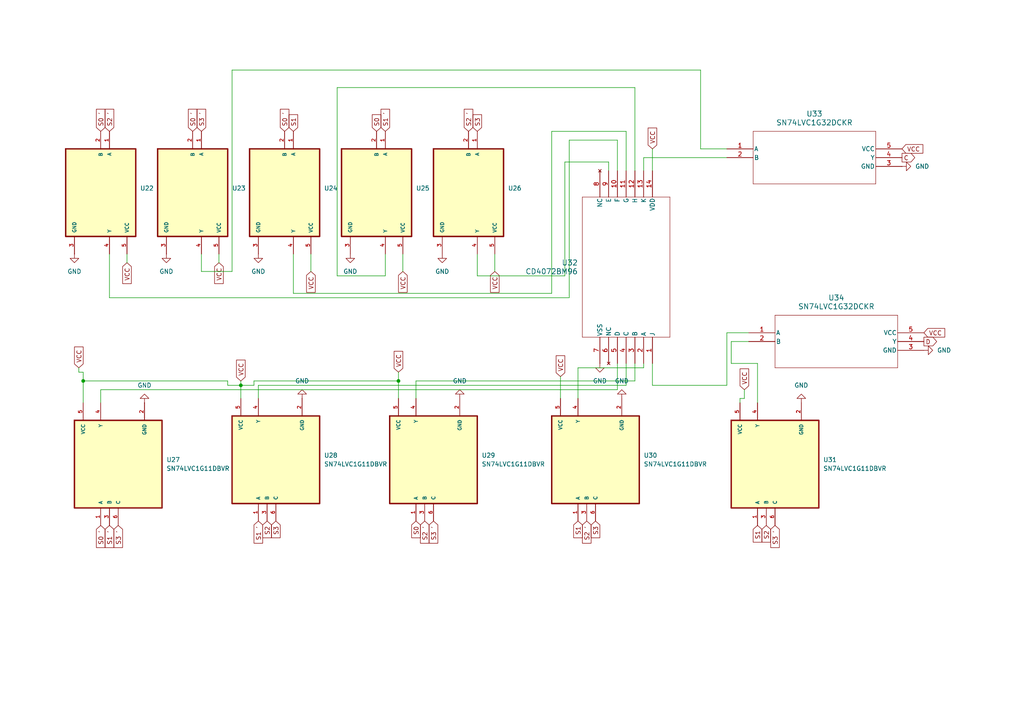
<source format=kicad_sch>
(kicad_sch
	(version 20231120)
	(generator "eeschema")
	(generator_version "8.0")
	(uuid "109780ad-6a0d-43ab-8077-884e8941af65")
	(paper "A4")
	(lib_symbols
		(symbol "2-INPUT AND:SN74LVC1G08DBVR"
			(pin_names
				(offset 1.016)
			)
			(exclude_from_sim no)
			(in_bom yes)
			(on_board yes)
			(property "Reference" "U"
				(at -12.7 11.16 0)
				(effects
					(font
						(size 1.27 1.27)
					)
					(justify left bottom)
				)
			)
			(property "Value" "SN74LVC1G08DBVR"
				(at -12.7 -14.16 0)
				(effects
					(font
						(size 1.27 1.27)
					)
					(justify left bottom)
				)
			)
			(property "Footprint" "SN74LVC1G08DBVR:SOT95P280X145-5N"
				(at 0 0 0)
				(effects
					(font
						(size 1.27 1.27)
					)
					(justify bottom)
					(hide yes)
				)
			)
			(property "Datasheet" ""
				(at 0 0 0)
				(effects
					(font
						(size 1.27 1.27)
					)
					(hide yes)
				)
			)
			(property "Description" ""
				(at 0 0 0)
				(effects
					(font
						(size 1.27 1.27)
					)
					(hide yes)
				)
			)
			(symbol "SN74LVC1G08DBVR_0_0"
				(rectangle
					(start -12.7 -10.16)
					(end 12.7 10.16)
					(stroke
						(width 0.41)
						(type default)
					)
					(fill
						(type background)
					)
				)
				(pin input line
					(at -17.78 2.54 0)
					(length 5.08)
					(name "A"
						(effects
							(font
								(size 1.016 1.016)
							)
						)
					)
					(number "1"
						(effects
							(font
								(size 1.016 1.016)
							)
						)
					)
				)
				(pin input line
					(at -17.78 0 0)
					(length 5.08)
					(name "B"
						(effects
							(font
								(size 1.016 1.016)
							)
						)
					)
					(number "2"
						(effects
							(font
								(size 1.016 1.016)
							)
						)
					)
				)
				(pin power_in line
					(at 17.78 -7.62 180)
					(length 5.08)
					(name "GND"
						(effects
							(font
								(size 1.016 1.016)
							)
						)
					)
					(number "3"
						(effects
							(font
								(size 1.016 1.016)
							)
						)
					)
				)
				(pin output line
					(at 17.78 2.54 180)
					(length 5.08)
					(name "Y"
						(effects
							(font
								(size 1.016 1.016)
							)
						)
					)
					(number "4"
						(effects
							(font
								(size 1.016 1.016)
							)
						)
					)
				)
				(pin power_in line
					(at 17.78 7.62 180)
					(length 5.08)
					(name "VCC"
						(effects
							(font
								(size 1.016 1.016)
							)
						)
					)
					(number "5"
						(effects
							(font
								(size 1.016 1.016)
							)
						)
					)
				)
			)
		)
		(symbol "2-INPUT OR:SN74LVC1G32DCKR"
			(pin_names
				(offset 0.254)
			)
			(exclude_from_sim no)
			(in_bom yes)
			(on_board yes)
			(property "Reference" "U"
				(at 25.4 10.16 0)
				(effects
					(font
						(size 1.524 1.524)
					)
				)
			)
			(property "Value" "SN74LVC1G32DCKR"
				(at 25.4 7.62 0)
				(effects
					(font
						(size 1.524 1.524)
					)
				)
			)
			(property "Footprint" "DCK5"
				(at 0 0 0)
				(effects
					(font
						(size 1.27 1.27)
						(italic yes)
					)
					(hide yes)
				)
			)
			(property "Datasheet" "SN74LVC1G32DCKR"
				(at 0 0 0)
				(effects
					(font
						(size 1.27 1.27)
						(italic yes)
					)
					(hide yes)
				)
			)
			(property "Description" ""
				(at 0 0 0)
				(effects
					(font
						(size 1.27 1.27)
					)
					(hide yes)
				)
			)
			(property "ki_locked" ""
				(at 0 0 0)
				(effects
					(font
						(size 1.27 1.27)
					)
				)
			)
			(property "ki_keywords" "SN74LVC1G32DCKR"
				(at 0 0 0)
				(effects
					(font
						(size 1.27 1.27)
					)
					(hide yes)
				)
			)
			(property "ki_fp_filters" "DCK5 DCK5-M DCK5-L"
				(at 0 0 0)
				(effects
					(font
						(size 1.27 1.27)
					)
					(hide yes)
				)
			)
			(symbol "SN74LVC1G32DCKR_0_1"
				(polyline
					(pts
						(xy 7.62 -10.16) (xy 43.18 -10.16)
					)
					(stroke
						(width 0.127)
						(type default)
					)
					(fill
						(type none)
					)
				)
				(polyline
					(pts
						(xy 7.62 5.08) (xy 7.62 -10.16)
					)
					(stroke
						(width 0.127)
						(type default)
					)
					(fill
						(type none)
					)
				)
				(polyline
					(pts
						(xy 43.18 -10.16) (xy 43.18 5.08)
					)
					(stroke
						(width 0.127)
						(type default)
					)
					(fill
						(type none)
					)
				)
				(polyline
					(pts
						(xy 43.18 5.08) (xy 7.62 5.08)
					)
					(stroke
						(width 0.127)
						(type default)
					)
					(fill
						(type none)
					)
				)
				(pin input line
					(at 0 0 0)
					(length 7.62)
					(name "A"
						(effects
							(font
								(size 1.27 1.27)
							)
						)
					)
					(number "1"
						(effects
							(font
								(size 1.27 1.27)
							)
						)
					)
				)
				(pin input line
					(at 0 -2.54 0)
					(length 7.62)
					(name "B"
						(effects
							(font
								(size 1.27 1.27)
							)
						)
					)
					(number "2"
						(effects
							(font
								(size 1.27 1.27)
							)
						)
					)
				)
				(pin power_in line
					(at 50.8 -5.08 180)
					(length 7.62)
					(name "GND"
						(effects
							(font
								(size 1.27 1.27)
							)
						)
					)
					(number "3"
						(effects
							(font
								(size 1.27 1.27)
							)
						)
					)
				)
				(pin output line
					(at 50.8 -2.54 180)
					(length 7.62)
					(name "Y"
						(effects
							(font
								(size 1.27 1.27)
							)
						)
					)
					(number "4"
						(effects
							(font
								(size 1.27 1.27)
							)
						)
					)
				)
				(pin power_in line
					(at 50.8 0 180)
					(length 7.62)
					(name "VCC"
						(effects
							(font
								(size 1.27 1.27)
							)
						)
					)
					(number "5"
						(effects
							(font
								(size 1.27 1.27)
							)
						)
					)
				)
			)
		)
		(symbol "3-INPUT AND:SN74LVC1G11DBVR"
			(pin_names
				(offset 1.016)
			)
			(exclude_from_sim no)
			(in_bom yes)
			(on_board yes)
			(property "Reference" "U"
				(at -12.7 13.7 0)
				(effects
					(font
						(size 1.27 1.27)
					)
					(justify left bottom)
				)
			)
			(property "Value" "SN74LVC1G11DBVR"
				(at -12.7 -16.7 0)
				(effects
					(font
						(size 1.27 1.27)
					)
					(justify left bottom)
				)
			)
			(property "Footprint" "SN74LVC1G11DBVR:SOT95P280X145-6N"
				(at 0 0 0)
				(effects
					(font
						(size 1.27 1.27)
					)
					(justify bottom)
					(hide yes)
				)
			)
			(property "Datasheet" ""
				(at 0 0 0)
				(effects
					(font
						(size 1.27 1.27)
					)
					(hide yes)
				)
			)
			(property "Description" ""
				(at 0 0 0)
				(effects
					(font
						(size 1.27 1.27)
					)
					(hide yes)
				)
			)
			(symbol "SN74LVC1G11DBVR_0_0"
				(rectangle
					(start -12.7 -12.7)
					(end 12.7 12.7)
					(stroke
						(width 0.41)
						(type default)
					)
					(fill
						(type background)
					)
				)
				(pin input line
					(at -17.78 5.08 0)
					(length 5.08)
					(name "A"
						(effects
							(font
								(size 1.016 1.016)
							)
						)
					)
					(number "1"
						(effects
							(font
								(size 1.016 1.016)
							)
						)
					)
				)
				(pin power_in line
					(at 17.78 -7.62 180)
					(length 5.08)
					(name "GND"
						(effects
							(font
								(size 1.016 1.016)
							)
						)
					)
					(number "2"
						(effects
							(font
								(size 1.016 1.016)
							)
						)
					)
				)
				(pin input line
					(at -17.78 2.54 0)
					(length 5.08)
					(name "B"
						(effects
							(font
								(size 1.016 1.016)
							)
						)
					)
					(number "3"
						(effects
							(font
								(size 1.016 1.016)
							)
						)
					)
				)
				(pin output line
					(at 17.78 5.08 180)
					(length 5.08)
					(name "Y"
						(effects
							(font
								(size 1.016 1.016)
							)
						)
					)
					(number "4"
						(effects
							(font
								(size 1.016 1.016)
							)
						)
					)
				)
				(pin power_in line
					(at 17.78 10.16 180)
					(length 5.08)
					(name "VCC"
						(effects
							(font
								(size 1.016 1.016)
							)
						)
					)
					(number "5"
						(effects
							(font
								(size 1.016 1.016)
							)
						)
					)
				)
				(pin input line
					(at -17.78 0 0)
					(length 5.08)
					(name "C"
						(effects
							(font
								(size 1.016 1.016)
							)
						)
					)
					(number "6"
						(effects
							(font
								(size 1.016 1.016)
							)
						)
					)
				)
			)
		)
		(symbol "4-INPUT 2-CHN OR:CD4072BM96"
			(pin_names
				(offset 0.254)
			)
			(exclude_from_sim no)
			(in_bom yes)
			(on_board yes)
			(property "Reference" "U"
				(at 27.94 10.16 0)
				(effects
					(font
						(size 1.524 1.524)
					)
				)
			)
			(property "Value" "CD4072BM96"
				(at 27.94 7.62 0)
				(effects
					(font
						(size 1.524 1.524)
					)
				)
			)
			(property "Footprint" "D14"
				(at 0 0 0)
				(effects
					(font
						(size 1.27 1.27)
						(italic yes)
					)
					(hide yes)
				)
			)
			(property "Datasheet" "CD4072BM96"
				(at 0 0 0)
				(effects
					(font
						(size 1.27 1.27)
						(italic yes)
					)
					(hide yes)
				)
			)
			(property "Description" ""
				(at 0 0 0)
				(effects
					(font
						(size 1.27 1.27)
					)
					(hide yes)
				)
			)
			(property "ki_locked" ""
				(at 0 0 0)
				(effects
					(font
						(size 1.27 1.27)
					)
				)
			)
			(property "ki_keywords" "CD4072BM96"
				(at 0 0 0)
				(effects
					(font
						(size 1.27 1.27)
					)
					(hide yes)
				)
			)
			(property "ki_fp_filters" "D14 D14-M D14-L"
				(at 0 0 0)
				(effects
					(font
						(size 1.27 1.27)
					)
					(hide yes)
				)
			)
			(symbol "CD4072BM96_0_1"
				(polyline
					(pts
						(xy 7.62 -20.32) (xy 48.26 -20.32)
					)
					(stroke
						(width 0.127)
						(type default)
					)
					(fill
						(type none)
					)
				)
				(polyline
					(pts
						(xy 7.62 5.08) (xy 7.62 -20.32)
					)
					(stroke
						(width 0.127)
						(type default)
					)
					(fill
						(type none)
					)
				)
				(polyline
					(pts
						(xy 48.26 -20.32) (xy 48.26 5.08)
					)
					(stroke
						(width 0.127)
						(type default)
					)
					(fill
						(type none)
					)
				)
				(polyline
					(pts
						(xy 48.26 5.08) (xy 7.62 5.08)
					)
					(stroke
						(width 0.127)
						(type default)
					)
					(fill
						(type none)
					)
				)
				(pin unspecified line
					(at 0 0 0)
					(length 7.62)
					(name "J"
						(effects
							(font
								(size 1.27 1.27)
							)
						)
					)
					(number "1"
						(effects
							(font
								(size 1.27 1.27)
							)
						)
					)
				)
				(pin unspecified line
					(at 55.88 -10.16 180)
					(length 7.62)
					(name "F"
						(effects
							(font
								(size 1.27 1.27)
							)
						)
					)
					(number "10"
						(effects
							(font
								(size 1.27 1.27)
							)
						)
					)
				)
				(pin unspecified line
					(at 55.88 -7.62 180)
					(length 7.62)
					(name "G"
						(effects
							(font
								(size 1.27 1.27)
							)
						)
					)
					(number "11"
						(effects
							(font
								(size 1.27 1.27)
							)
						)
					)
				)
				(pin unspecified line
					(at 55.88 -5.08 180)
					(length 7.62)
					(name "H"
						(effects
							(font
								(size 1.27 1.27)
							)
						)
					)
					(number "12"
						(effects
							(font
								(size 1.27 1.27)
							)
						)
					)
				)
				(pin unspecified line
					(at 55.88 -2.54 180)
					(length 7.62)
					(name "K"
						(effects
							(font
								(size 1.27 1.27)
							)
						)
					)
					(number "13"
						(effects
							(font
								(size 1.27 1.27)
							)
						)
					)
				)
				(pin power_in line
					(at 55.88 0 180)
					(length 7.62)
					(name "VDD"
						(effects
							(font
								(size 1.27 1.27)
							)
						)
					)
					(number "14"
						(effects
							(font
								(size 1.27 1.27)
							)
						)
					)
				)
				(pin unspecified line
					(at 0 -2.54 0)
					(length 7.62)
					(name "A"
						(effects
							(font
								(size 1.27 1.27)
							)
						)
					)
					(number "2"
						(effects
							(font
								(size 1.27 1.27)
							)
						)
					)
				)
				(pin unspecified line
					(at 0 -5.08 0)
					(length 7.62)
					(name "B"
						(effects
							(font
								(size 1.27 1.27)
							)
						)
					)
					(number "3"
						(effects
							(font
								(size 1.27 1.27)
							)
						)
					)
				)
				(pin unspecified line
					(at 0 -7.62 0)
					(length 7.62)
					(name "C"
						(effects
							(font
								(size 1.27 1.27)
							)
						)
					)
					(number "4"
						(effects
							(font
								(size 1.27 1.27)
							)
						)
					)
				)
				(pin unspecified line
					(at 0 -10.16 0)
					(length 7.62)
					(name "D"
						(effects
							(font
								(size 1.27 1.27)
							)
						)
					)
					(number "5"
						(effects
							(font
								(size 1.27 1.27)
							)
						)
					)
				)
				(pin no_connect line
					(at 0 -12.7 0)
					(length 7.62)
					(name "NC"
						(effects
							(font
								(size 1.27 1.27)
							)
						)
					)
					(number "6"
						(effects
							(font
								(size 1.27 1.27)
							)
						)
					)
				)
				(pin power_in line
					(at 0 -15.24 0)
					(length 7.62)
					(name "VSS"
						(effects
							(font
								(size 1.27 1.27)
							)
						)
					)
					(number "7"
						(effects
							(font
								(size 1.27 1.27)
							)
						)
					)
				)
				(pin no_connect line
					(at 55.88 -15.24 180)
					(length 7.62)
					(name "NC"
						(effects
							(font
								(size 1.27 1.27)
							)
						)
					)
					(number "8"
						(effects
							(font
								(size 1.27 1.27)
							)
						)
					)
				)
				(pin unspecified line
					(at 55.88 -12.7 180)
					(length 7.62)
					(name "E"
						(effects
							(font
								(size 1.27 1.27)
							)
						)
					)
					(number "9"
						(effects
							(font
								(size 1.27 1.27)
							)
						)
					)
				)
			)
		)
		(symbol "power:GND"
			(power)
			(pin_numbers hide)
			(pin_names
				(offset 0) hide)
			(exclude_from_sim no)
			(in_bom yes)
			(on_board yes)
			(property "Reference" "#PWR"
				(at 0 -6.35 0)
				(effects
					(font
						(size 1.27 1.27)
					)
					(hide yes)
				)
			)
			(property "Value" "GND"
				(at 0 -3.81 0)
				(effects
					(font
						(size 1.27 1.27)
					)
				)
			)
			(property "Footprint" ""
				(at 0 0 0)
				(effects
					(font
						(size 1.27 1.27)
					)
					(hide yes)
				)
			)
			(property "Datasheet" ""
				(at 0 0 0)
				(effects
					(font
						(size 1.27 1.27)
					)
					(hide yes)
				)
			)
			(property "Description" "Power symbol creates a global label with name \"GND\" , ground"
				(at 0 0 0)
				(effects
					(font
						(size 1.27 1.27)
					)
					(hide yes)
				)
			)
			(property "ki_keywords" "global power"
				(at 0 0 0)
				(effects
					(font
						(size 1.27 1.27)
					)
					(hide yes)
				)
			)
			(symbol "GND_0_1"
				(polyline
					(pts
						(xy 0 0) (xy 0 -1.27) (xy 1.27 -1.27) (xy 0 -2.54) (xy -1.27 -1.27) (xy 0 -1.27)
					)
					(stroke
						(width 0)
						(type default)
					)
					(fill
						(type none)
					)
				)
			)
			(symbol "GND_1_1"
				(pin power_in line
					(at 0 0 270)
					(length 0)
					(name "~"
						(effects
							(font
								(size 1.27 1.27)
							)
						)
					)
					(number "1"
						(effects
							(font
								(size 1.27 1.27)
							)
						)
					)
				)
			)
		)
	)
	(junction
		(at 115.57 110.49)
		(diameter 0)
		(color 0 0 0 0)
		(uuid "5e79ebf5-50f5-48df-9de2-d455bbe60e40")
	)
	(junction
		(at 24.13 110.49)
		(diameter 0)
		(color 0 0 0 0)
		(uuid "a0ef5e46-64d1-470f-a63d-f9efbfa8acf5")
	)
	(junction
		(at 69.85 111.76)
		(diameter 0)
		(color 0 0 0 0)
		(uuid "c1b04c62-1621-4774-acf5-afcca86eb9a6")
	)
	(wire
		(pts
			(xy 85.09 73.66) (xy 85.09 85.09)
		)
		(stroke
			(width 0)
			(type default)
		)
		(uuid "089af84d-ec0d-41b7-8de9-87cbbfeb370f")
	)
	(wire
		(pts
			(xy 111.76 80.01) (xy 111.76 73.66)
		)
		(stroke
			(width 0)
			(type default)
		)
		(uuid "0a5e8c81-a115-4aad-8384-5352dbc972de")
	)
	(wire
		(pts
			(xy 63.5 76.2) (xy 63.5 73.66)
		)
		(stroke
			(width 0)
			(type default)
		)
		(uuid "0b6917d8-f448-42af-9aee-c0ac3b6abe3a")
	)
	(wire
		(pts
			(xy 163.83 80.01) (xy 163.83 46.99)
		)
		(stroke
			(width 0)
			(type default)
		)
		(uuid "0c344c4f-d1c3-46c9-a01f-23f75b7fee70")
	)
	(wire
		(pts
			(xy 212.09 99.06) (xy 217.17 99.06)
		)
		(stroke
			(width 0)
			(type default)
		)
		(uuid "0d4d0319-7798-49e6-9b99-a9b6092025dc")
	)
	(wire
		(pts
			(xy 67.31 78.74) (xy 67.31 20.32)
		)
		(stroke
			(width 0)
			(type default)
		)
		(uuid "0e4aeba7-1867-45d2-ba66-7122472dcee6")
	)
	(wire
		(pts
			(xy 74.93 111.76) (xy 181.61 111.76)
		)
		(stroke
			(width 0)
			(type default)
		)
		(uuid "11ff0005-5228-42c6-98d9-32255dc5fb14")
	)
	(wire
		(pts
			(xy 219.71 116.84) (xy 219.71 105.41)
		)
		(stroke
			(width 0)
			(type default)
		)
		(uuid "137f38ca-ad7e-404e-b289-232dcf4d4878")
	)
	(wire
		(pts
			(xy 160.02 38.1) (xy 181.61 38.1)
		)
		(stroke
			(width 0)
			(type default)
		)
		(uuid "15223788-7599-4b82-9419-cda68931cdb3")
	)
	(wire
		(pts
			(xy 203.2 43.18) (xy 210.82 43.18)
		)
		(stroke
			(width 0)
			(type default)
		)
		(uuid "16c5696a-a868-499e-9866-6779dea2c789")
	)
	(wire
		(pts
			(xy 186.69 105.41) (xy 186.69 106.68)
		)
		(stroke
			(width 0)
			(type default)
		)
		(uuid "20934eb8-d461-49cf-bd42-63bbaae609ef")
	)
	(wire
		(pts
			(xy 24.13 107.95) (xy 24.13 110.49)
		)
		(stroke
			(width 0)
			(type default)
		)
		(uuid "227b188a-09be-4626-858c-e3ee32256570")
	)
	(wire
		(pts
			(xy 163.83 46.99) (xy 176.53 46.99)
		)
		(stroke
			(width 0)
			(type default)
		)
		(uuid "24792372-adab-491a-91d7-df6a3ca716fe")
	)
	(wire
		(pts
			(xy 181.61 111.76) (xy 181.61 105.41)
		)
		(stroke
			(width 0)
			(type default)
		)
		(uuid "24f2cd3a-00a7-42c7-987c-be76f877118c")
	)
	(wire
		(pts
			(xy 184.15 110.49) (xy 184.15 105.41)
		)
		(stroke
			(width 0)
			(type default)
		)
		(uuid "270c4e77-5a1a-4b2e-9fd9-8f3303f81417")
	)
	(wire
		(pts
			(xy 69.85 111.76) (xy 69.85 115.57)
		)
		(stroke
			(width 0)
			(type default)
		)
		(uuid "29143bec-36de-4383-99b2-f08bd8dfbb09")
	)
	(wire
		(pts
			(xy 31.75 73.66) (xy 31.75 86.36)
		)
		(stroke
			(width 0)
			(type default)
		)
		(uuid "30d2d4b2-c34f-4127-9f1a-9614d8e5476b")
	)
	(wire
		(pts
			(xy 22.86 107.95) (xy 24.13 107.95)
		)
		(stroke
			(width 0)
			(type default)
		)
		(uuid "3afadd29-3a84-46ef-ace6-5dbec2cd64be")
	)
	(wire
		(pts
			(xy 179.07 113.03) (xy 179.07 105.41)
		)
		(stroke
			(width 0)
			(type default)
		)
		(uuid "3f28bb73-910e-4eab-bae1-20a396e76f42")
	)
	(wire
		(pts
			(xy 115.57 110.49) (xy 115.57 115.57)
		)
		(stroke
			(width 0)
			(type default)
		)
		(uuid "42aa1ff4-18ca-48e3-8d8e-2f46e576ed65")
	)
	(wire
		(pts
			(xy 184.15 49.53) (xy 184.15 25.4)
		)
		(stroke
			(width 0)
			(type default)
		)
		(uuid "42f714b3-ad42-409f-815a-da9fd8e62bfc")
	)
	(wire
		(pts
			(xy 29.21 116.84) (xy 29.21 113.03)
		)
		(stroke
			(width 0)
			(type default)
		)
		(uuid "445bee3e-760f-4cda-9edf-cc0bc9c61433")
	)
	(wire
		(pts
			(xy 66.04 110.49) (xy 66.04 111.76)
		)
		(stroke
			(width 0)
			(type default)
		)
		(uuid "465ecdbc-7f4f-41f0-a732-bb62a401c41b")
	)
	(wire
		(pts
			(xy 85.09 85.09) (xy 160.02 85.09)
		)
		(stroke
			(width 0)
			(type default)
		)
		(uuid "4f9ba544-2055-45de-baad-a1ca8dac35be")
	)
	(wire
		(pts
			(xy 210.82 111.76) (xy 210.82 96.52)
		)
		(stroke
			(width 0)
			(type default)
		)
		(uuid "570429f4-2ddd-4afc-8f9c-c71a86ee35cd")
	)
	(wire
		(pts
			(xy 176.53 46.99) (xy 176.53 49.53)
		)
		(stroke
			(width 0)
			(type default)
		)
		(uuid "5faefcc4-6e2a-490a-a055-69f5ba68f7b4")
	)
	(wire
		(pts
			(xy 97.79 80.01) (xy 111.76 80.01)
		)
		(stroke
			(width 0)
			(type default)
		)
		(uuid "6825f593-2cef-49c9-a05e-d85ba5d93e50")
	)
	(wire
		(pts
			(xy 67.31 20.32) (xy 203.2 20.32)
		)
		(stroke
			(width 0)
			(type default)
		)
		(uuid "6c655a84-cfef-4915-9ce0-56cdd907b8c1")
	)
	(wire
		(pts
			(xy 73.66 110.49) (xy 115.57 110.49)
		)
		(stroke
			(width 0)
			(type default)
		)
		(uuid "7a8a750c-f8a2-4317-a4b0-3219b7bffcb8")
	)
	(wire
		(pts
			(xy 138.43 73.66) (xy 138.43 80.01)
		)
		(stroke
			(width 0)
			(type default)
		)
		(uuid "7ba9c9e0-f58f-47d5-971f-e0254d587c47")
	)
	(wire
		(pts
			(xy 138.43 80.01) (xy 163.83 80.01)
		)
		(stroke
			(width 0)
			(type default)
		)
		(uuid "806f5081-8655-4c57-b450-4efcaff2b981")
	)
	(wire
		(pts
			(xy 69.85 111.76) (xy 73.66 111.76)
		)
		(stroke
			(width 0)
			(type default)
		)
		(uuid "88c25946-357f-4c5a-aa5c-cec56ff55dee")
	)
	(wire
		(pts
			(xy 115.57 107.95) (xy 115.57 110.49)
		)
		(stroke
			(width 0)
			(type default)
		)
		(uuid "8a94debb-fc90-4e1e-9176-b19ed0cb7b56")
	)
	(wire
		(pts
			(xy 69.85 110.49) (xy 69.85 111.76)
		)
		(stroke
			(width 0)
			(type default)
		)
		(uuid "903c6b05-2e3b-4280-abc9-723cd96e2404")
	)
	(wire
		(pts
			(xy 189.23 43.18) (xy 189.23 49.53)
		)
		(stroke
			(width 0)
			(type default)
		)
		(uuid "9d982dce-52a2-438f-b229-ce3bce5a48cd")
	)
	(wire
		(pts
			(xy 165.1 40.64) (xy 179.07 40.64)
		)
		(stroke
			(width 0)
			(type default)
		)
		(uuid "9efec6d8-a166-4199-8b41-334caf9003f5")
	)
	(wire
		(pts
			(xy 219.71 105.41) (xy 212.09 105.41)
		)
		(stroke
			(width 0)
			(type default)
		)
		(uuid "a0585501-c82f-47e2-9568-7980387cb850")
	)
	(wire
		(pts
			(xy 186.69 45.72) (xy 210.82 45.72)
		)
		(stroke
			(width 0)
			(type default)
		)
		(uuid "a5ea6ae1-ab27-4edb-b76d-5f5b781753d0")
	)
	(wire
		(pts
			(xy 186.69 49.53) (xy 186.69 45.72)
		)
		(stroke
			(width 0)
			(type default)
		)
		(uuid "a93130c5-e515-48e7-ac02-d932ffbfd47a")
	)
	(wire
		(pts
			(xy 73.66 111.76) (xy 73.66 110.49)
		)
		(stroke
			(width 0)
			(type default)
		)
		(uuid "ab72dd1b-31e5-4cea-acab-2855cc319b9e")
	)
	(wire
		(pts
			(xy 167.64 106.68) (xy 186.69 106.68)
		)
		(stroke
			(width 0)
			(type default)
		)
		(uuid "ac7e0387-481a-4ee1-9112-292c4433711a")
	)
	(wire
		(pts
			(xy 167.64 115.57) (xy 167.64 106.68)
		)
		(stroke
			(width 0)
			(type default)
		)
		(uuid "aeaf4f49-7118-4b0d-9eb5-7a63ebc74e60")
	)
	(wire
		(pts
			(xy 184.15 25.4) (xy 97.79 25.4)
		)
		(stroke
			(width 0)
			(type default)
		)
		(uuid "b4e39c5a-e8ec-468d-ad53-0d00cdd0899f")
	)
	(wire
		(pts
			(xy 203.2 20.32) (xy 203.2 43.18)
		)
		(stroke
			(width 0)
			(type default)
		)
		(uuid "b59522dc-06ce-431a-bdea-daaf696b90fa")
	)
	(wire
		(pts
			(xy 116.84 78.74) (xy 116.84 73.66)
		)
		(stroke
			(width 0)
			(type default)
		)
		(uuid "ba26632c-df05-4cfb-8aef-31681aae4ee6")
	)
	(wire
		(pts
			(xy 189.23 111.76) (xy 210.82 111.76)
		)
		(stroke
			(width 0)
			(type default)
		)
		(uuid "baf1a9aa-b2cd-4ca9-8b81-61fa28e0ff0a")
	)
	(wire
		(pts
			(xy 74.93 115.57) (xy 74.93 111.76)
		)
		(stroke
			(width 0)
			(type default)
		)
		(uuid "bf763be5-bb56-4aaf-aae0-278d834ad658")
	)
	(wire
		(pts
			(xy 212.09 105.41) (xy 212.09 99.06)
		)
		(stroke
			(width 0)
			(type default)
		)
		(uuid "c51a6c31-9fcd-4206-8ae7-b37b0d5f0105")
	)
	(wire
		(pts
			(xy 36.83 76.2) (xy 36.83 73.66)
		)
		(stroke
			(width 0)
			(type default)
		)
		(uuid "c8122e61-6c08-4dad-91f2-8e80410565e8")
	)
	(wire
		(pts
			(xy 90.17 78.74) (xy 90.17 73.66)
		)
		(stroke
			(width 0)
			(type default)
		)
		(uuid "c8f32999-a0d1-46c2-86e8-a0b816975f42")
	)
	(wire
		(pts
			(xy 97.79 25.4) (xy 97.79 80.01)
		)
		(stroke
			(width 0)
			(type default)
		)
		(uuid "c8ff0a7c-0b45-47c5-a7dc-bea49a7a4662")
	)
	(wire
		(pts
			(xy 58.42 78.74) (xy 67.31 78.74)
		)
		(stroke
			(width 0)
			(type default)
		)
		(uuid "ca1fca71-6029-4e02-ac85-8364cb62f0f1")
	)
	(wire
		(pts
			(xy 179.07 40.64) (xy 179.07 49.53)
		)
		(stroke
			(width 0)
			(type default)
		)
		(uuid "ca379885-1fd0-4701-9673-3ea2d668f227")
	)
	(wire
		(pts
			(xy 181.61 38.1) (xy 181.61 49.53)
		)
		(stroke
			(width 0)
			(type default)
		)
		(uuid "ced47470-025b-4315-959a-6e521b97e3cf")
	)
	(wire
		(pts
			(xy 58.42 73.66) (xy 58.42 78.74)
		)
		(stroke
			(width 0)
			(type default)
		)
		(uuid "cef2774a-ae8c-4a64-a8db-eaa92c2ecdab")
	)
	(wire
		(pts
			(xy 120.65 110.49) (xy 184.15 110.49)
		)
		(stroke
			(width 0)
			(type default)
		)
		(uuid "cf8a7c8c-1f94-49d5-825a-6b6f91675f3d")
	)
	(wire
		(pts
			(xy 160.02 85.09) (xy 160.02 38.1)
		)
		(stroke
			(width 0)
			(type default)
		)
		(uuid "d7a0034e-64bb-48af-9f06-9fb14ea6804a")
	)
	(wire
		(pts
			(xy 215.9 113.03) (xy 215.9 115.57)
		)
		(stroke
			(width 0)
			(type default)
		)
		(uuid "d85076a9-14ec-4d28-81a4-c248c489fe75")
	)
	(wire
		(pts
			(xy 24.13 110.49) (xy 24.13 116.84)
		)
		(stroke
			(width 0)
			(type default)
		)
		(uuid "dc3d6a0c-ef11-4c09-8e88-f263320f050c")
	)
	(wire
		(pts
			(xy 214.63 115.57) (xy 214.63 116.84)
		)
		(stroke
			(width 0)
			(type default)
		)
		(uuid "dd4b7d01-cbc3-44fe-86f6-ac6d77022bb5")
	)
	(wire
		(pts
			(xy 22.86 106.68) (xy 22.86 107.95)
		)
		(stroke
			(width 0)
			(type default)
		)
		(uuid "de7df25c-b88f-4464-80c9-fe87c2e42aea")
	)
	(wire
		(pts
			(xy 24.13 110.49) (xy 66.04 110.49)
		)
		(stroke
			(width 0)
			(type default)
		)
		(uuid "e160c323-ef93-4107-b1a2-b61f37a49235")
	)
	(wire
		(pts
			(xy 143.51 78.74) (xy 143.51 73.66)
		)
		(stroke
			(width 0)
			(type default)
		)
		(uuid "e22c1477-45b7-4b29-a0c8-ee3c26887f13")
	)
	(wire
		(pts
			(xy 31.75 86.36) (xy 165.1 86.36)
		)
		(stroke
			(width 0)
			(type default)
		)
		(uuid "e3bbb54c-008d-486f-8df1-72376bf1ccb1")
	)
	(wire
		(pts
			(xy 189.23 105.41) (xy 189.23 111.76)
		)
		(stroke
			(width 0)
			(type default)
		)
		(uuid "e40faf7d-0c8c-4234-80ef-d5919fbc028b")
	)
	(wire
		(pts
			(xy 210.82 96.52) (xy 217.17 96.52)
		)
		(stroke
			(width 0)
			(type default)
		)
		(uuid "e5212736-7cbe-4a49-892c-15b1f08f041d")
	)
	(wire
		(pts
			(xy 215.9 115.57) (xy 214.63 115.57)
		)
		(stroke
			(width 0)
			(type default)
		)
		(uuid "f1696221-49b3-4933-8acc-05ad5907d9f3")
	)
	(wire
		(pts
			(xy 29.21 113.03) (xy 179.07 113.03)
		)
		(stroke
			(width 0)
			(type default)
		)
		(uuid "f2232eb4-b313-4c36-9ecf-55ead00a6b0d")
	)
	(wire
		(pts
			(xy 162.56 109.22) (xy 162.56 115.57)
		)
		(stroke
			(width 0)
			(type default)
		)
		(uuid "f4a65a1d-af30-4f45-ad29-986b032ac996")
	)
	(wire
		(pts
			(xy 120.65 115.57) (xy 120.65 110.49)
		)
		(stroke
			(width 0)
			(type default)
		)
		(uuid "f8da01f3-2ebf-4fd8-9c01-ff54bb3e622c")
	)
	(wire
		(pts
			(xy 165.1 86.36) (xy 165.1 40.64)
		)
		(stroke
			(width 0)
			(type default)
		)
		(uuid "fb50233b-5453-4715-beac-c43157837ead")
	)
	(wire
		(pts
			(xy 66.04 111.76) (xy 69.85 111.76)
		)
		(stroke
			(width 0)
			(type default)
		)
		(uuid "fd601e8b-bd27-4054-99da-d8324bfdc5d5")
	)
	(global_label "S1 '"
		(shape input)
		(at 74.93 151.13 270)
		(fields_autoplaced yes)
		(effects
			(font
				(size 1.27 1.27)
			)
			(justify right)
		)
		(uuid "008ee856-e90b-4687-8b53-04186f42e250")
		(property "Intersheetrefs" "${INTERSHEET_REFS}"
			(at 74.93 158.1066 90)
			(effects
				(font
					(size 1.27 1.27)
				)
				(justify right)
				(hide yes)
			)
		)
	)
	(global_label "VCC"
		(shape input)
		(at 22.86 106.68 90)
		(fields_autoplaced yes)
		(effects
			(font
				(size 1.27 1.27)
			)
			(justify left)
		)
		(uuid "02aa8bc6-024a-4248-8813-c9bfb82f78bc")
		(property "Intersheetrefs" "${INTERSHEET_REFS}"
			(at 22.86 100.0662 90)
			(effects
				(font
					(size 1.27 1.27)
				)
				(justify left)
				(hide yes)
			)
		)
	)
	(global_label "S2 '"
		(shape input)
		(at 170.18 151.13 270)
		(fields_autoplaced yes)
		(effects
			(font
				(size 1.27 1.27)
			)
			(justify right)
		)
		(uuid "043625f0-8e7f-4634-8d5b-d210ee20a991")
		(property "Intersheetrefs" "${INTERSHEET_REFS}"
			(at 170.18 158.1066 90)
			(effects
				(font
					(size 1.27 1.27)
				)
				(justify right)
				(hide yes)
			)
		)
	)
	(global_label "VCC"
		(shape input)
		(at 116.84 78.74 270)
		(fields_autoplaced yes)
		(effects
			(font
				(size 1.27 1.27)
			)
			(justify right)
		)
		(uuid "05b7bf02-38e8-4c45-b1f8-2addafe6c343")
		(property "Intersheetrefs" "${INTERSHEET_REFS}"
			(at 116.84 85.3538 90)
			(effects
				(font
					(size 1.27 1.27)
				)
				(justify right)
				(hide yes)
			)
		)
	)
	(global_label "VCC"
		(shape input)
		(at 267.97 96.52 0)
		(fields_autoplaced yes)
		(effects
			(font
				(size 1.27 1.27)
			)
			(justify left)
		)
		(uuid "0764578b-12d3-45d7-a323-dde112069311")
		(property "Intersheetrefs" "${INTERSHEET_REFS}"
			(at 274.5838 96.52 0)
			(effects
				(font
					(size 1.27 1.27)
				)
				(justify left)
				(hide yes)
			)
		)
	)
	(global_label "VCC"
		(shape input)
		(at 115.57 107.95 90)
		(fields_autoplaced yes)
		(effects
			(font
				(size 1.27 1.27)
			)
			(justify left)
		)
		(uuid "12b23e4b-5393-47d3-990b-62707d84b25f")
		(property "Intersheetrefs" "${INTERSHEET_REFS}"
			(at 115.57 101.3362 90)
			(effects
				(font
					(size 1.27 1.27)
				)
				(justify left)
				(hide yes)
			)
		)
	)
	(global_label "VCC"
		(shape input)
		(at 36.83 76.2 270)
		(fields_autoplaced yes)
		(effects
			(font
				(size 1.27 1.27)
			)
			(justify right)
		)
		(uuid "1e284240-95a1-40ec-bb28-9b08b3ac8148")
		(property "Intersheetrefs" "${INTERSHEET_REFS}"
			(at 36.83 82.8138 90)
			(effects
				(font
					(size 1.27 1.27)
				)
				(justify right)
				(hide yes)
			)
		)
	)
	(global_label "S3"
		(shape input)
		(at 138.43 38.1 90)
		(fields_autoplaced yes)
		(effects
			(font
				(size 1.27 1.27)
			)
			(justify left)
		)
		(uuid "210effd5-7dc0-4d4d-b7df-a4e7618b1ef1")
		(property "Intersheetrefs" "${INTERSHEET_REFS}"
			(at 138.43 32.6958 90)
			(effects
				(font
					(size 1.27 1.27)
				)
				(justify left)
				(hide yes)
			)
		)
	)
	(global_label "S3 '"
		(shape input)
		(at 58.42 38.1 90)
		(fields_autoplaced yes)
		(effects
			(font
				(size 1.27 1.27)
			)
			(justify left)
		)
		(uuid "27807741-77b5-46c6-9941-2a49c861b074")
		(property "Intersheetrefs" "${INTERSHEET_REFS}"
			(at 58.42 31.1234 90)
			(effects
				(font
					(size 1.27 1.27)
				)
				(justify left)
				(hide yes)
			)
		)
	)
	(global_label "VCC"
		(shape input)
		(at 162.56 109.22 90)
		(fields_autoplaced yes)
		(effects
			(font
				(size 1.27 1.27)
			)
			(justify left)
		)
		(uuid "33cfa70b-1d80-4268-97fd-74c46b7c1be4")
		(property "Intersheetrefs" "${INTERSHEET_REFS}"
			(at 162.56 102.6062 90)
			(effects
				(font
					(size 1.27 1.27)
				)
				(justify left)
				(hide yes)
			)
		)
	)
	(global_label "S1 '"
		(shape input)
		(at 111.76 38.1 90)
		(fields_autoplaced yes)
		(effects
			(font
				(size 1.27 1.27)
			)
			(justify left)
		)
		(uuid "3f17867f-4235-4370-97eb-87c9ddd17ffd")
		(property "Intersheetrefs" "${INTERSHEET_REFS}"
			(at 111.76 31.1234 90)
			(effects
				(font
					(size 1.27 1.27)
				)
				(justify left)
				(hide yes)
			)
		)
	)
	(global_label "VCC"
		(shape input)
		(at 69.85 110.49 90)
		(fields_autoplaced yes)
		(effects
			(font
				(size 1.27 1.27)
			)
			(justify left)
		)
		(uuid "4ec73619-a4cd-46e9-9f01-3b5be8c5c68d")
		(property "Intersheetrefs" "${INTERSHEET_REFS}"
			(at 69.85 103.8762 90)
			(effects
				(font
					(size 1.27 1.27)
				)
				(justify left)
				(hide yes)
			)
		)
	)
	(global_label "VCC"
		(shape input)
		(at 261.62 43.18 0)
		(fields_autoplaced yes)
		(effects
			(font
				(size 1.27 1.27)
			)
			(justify left)
		)
		(uuid "4f203ca2-42b9-468b-8d28-098f4b9527ac")
		(property "Intersheetrefs" "${INTERSHEET_REFS}"
			(at 268.2338 43.18 0)
			(effects
				(font
					(size 1.27 1.27)
				)
				(justify left)
				(hide yes)
			)
		)
	)
	(global_label "S0 '"
		(shape input)
		(at 55.88 38.1 90)
		(fields_autoplaced yes)
		(effects
			(font
				(size 1.27 1.27)
			)
			(justify left)
		)
		(uuid "53b8b48b-c24b-4807-949d-c85e715394f0")
		(property "Intersheetrefs" "${INTERSHEET_REFS}"
			(at 55.88 31.1234 90)
			(effects
				(font
					(size 1.27 1.27)
				)
				(justify left)
				(hide yes)
			)
		)
	)
	(global_label "S3 '"
		(shape input)
		(at 34.29 152.4 270)
		(fields_autoplaced yes)
		(effects
			(font
				(size 1.27 1.27)
			)
			(justify right)
		)
		(uuid "576d71c9-e6c1-487c-bf1a-879cac666fce")
		(property "Intersheetrefs" "${INTERSHEET_REFS}"
			(at 34.29 159.3766 90)
			(effects
				(font
					(size 1.27 1.27)
				)
				(justify right)
				(hide yes)
			)
		)
	)
	(global_label "S2"
		(shape input)
		(at 222.25 152.4 270)
		(fields_autoplaced yes)
		(effects
			(font
				(size 1.27 1.27)
			)
			(justify right)
		)
		(uuid "5e5fcd90-0c5a-45bd-92f8-ce08f8aa124b")
		(property "Intersheetrefs" "${INTERSHEET_REFS}"
			(at 222.25 157.8042 90)
			(effects
				(font
					(size 1.27 1.27)
				)
				(justify right)
				(hide yes)
			)
		)
	)
	(global_label "S3"
		(shape input)
		(at 80.01 151.13 270)
		(fields_autoplaced yes)
		(effects
			(font
				(size 1.27 1.27)
			)
			(justify right)
		)
		(uuid "63a81c96-d635-4f5f-9c60-f04bad1a9ebf")
		(property "Intersheetrefs" "${INTERSHEET_REFS}"
			(at 80.01 156.5342 90)
			(effects
				(font
					(size 1.27 1.27)
				)
				(justify right)
				(hide yes)
			)
		)
	)
	(global_label "VCC"
		(shape input)
		(at 143.51 78.74 270)
		(fields_autoplaced yes)
		(effects
			(font
				(size 1.27 1.27)
			)
			(justify right)
		)
		(uuid "654d9e8a-2a50-426a-913a-3ea98b81a9a8")
		(property "Intersheetrefs" "${INTERSHEET_REFS}"
			(at 143.51 85.3538 90)
			(effects
				(font
					(size 1.27 1.27)
				)
				(justify right)
				(hide yes)
			)
		)
	)
	(global_label "S0 '"
		(shape input)
		(at 29.21 38.1 90)
		(fields_autoplaced yes)
		(effects
			(font
				(size 1.27 1.27)
			)
			(justify left)
		)
		(uuid "680131a3-0dce-45c3-b555-b6ae3c6646be")
		(property "Intersheetrefs" "${INTERSHEET_REFS}"
			(at 29.21 31.1234 90)
			(effects
				(font
					(size 1.27 1.27)
				)
				(justify left)
				(hide yes)
			)
		)
	)
	(global_label "VCC"
		(shape input)
		(at 63.5 76.2 270)
		(fields_autoplaced yes)
		(effects
			(font
				(size 1.27 1.27)
			)
			(justify right)
		)
		(uuid "7802143e-82be-4406-9f03-8944bf0f2b91")
		(property "Intersheetrefs" "${INTERSHEET_REFS}"
			(at 63.5 82.8138 90)
			(effects
				(font
					(size 1.27 1.27)
				)
				(justify right)
				(hide yes)
			)
		)
	)
	(global_label "VCC"
		(shape input)
		(at 215.9 113.03 90)
		(fields_autoplaced yes)
		(effects
			(font
				(size 1.27 1.27)
			)
			(justify left)
		)
		(uuid "89253710-6469-4797-8414-bd41bc736582")
		(property "Intersheetrefs" "${INTERSHEET_REFS}"
			(at 215.9 106.4162 90)
			(effects
				(font
					(size 1.27 1.27)
				)
				(justify left)
				(hide yes)
			)
		)
	)
	(global_label "S2 '"
		(shape input)
		(at 135.89 38.1 90)
		(fields_autoplaced yes)
		(effects
			(font
				(size 1.27 1.27)
			)
			(justify left)
		)
		(uuid "8bf96de5-f500-44a5-9764-06f1c952a46a")
		(property "Intersheetrefs" "${INTERSHEET_REFS}"
			(at 135.89 31.1234 90)
			(effects
				(font
					(size 1.27 1.27)
				)
				(justify left)
				(hide yes)
			)
		)
	)
	(global_label "S3 '"
		(shape input)
		(at 224.79 152.4 270)
		(fields_autoplaced yes)
		(effects
			(font
				(size 1.27 1.27)
			)
			(justify right)
		)
		(uuid "8e05d44c-302f-4417-a34c-9d2408a9a41e")
		(property "Intersheetrefs" "${INTERSHEET_REFS}"
			(at 224.79 159.3766 90)
			(effects
				(font
					(size 1.27 1.27)
				)
				(justify right)
				(hide yes)
			)
		)
	)
	(global_label "S0 '"
		(shape input)
		(at 29.21 152.4 270)
		(fields_autoplaced yes)
		(effects
			(font
				(size 1.27 1.27)
			)
			(justify right)
		)
		(uuid "94f8faa0-24f3-447b-8c27-0f85ffe93858")
		(property "Intersheetrefs" "${INTERSHEET_REFS}"
			(at 29.21 159.3766 90)
			(effects
				(font
					(size 1.27 1.27)
				)
				(justify right)
				(hide yes)
			)
		)
	)
	(global_label "S2"
		(shape input)
		(at 77.47 151.13 270)
		(fields_autoplaced yes)
		(effects
			(font
				(size 1.27 1.27)
			)
			(justify right)
		)
		(uuid "9696b1ea-4d11-4cc5-a2bc-9678fa307f6c")
		(property "Intersheetrefs" "${INTERSHEET_REFS}"
			(at 77.47 156.5342 90)
			(effects
				(font
					(size 1.27 1.27)
				)
				(justify right)
				(hide yes)
			)
		)
	)
	(global_label "D"
		(shape output)
		(at 267.97 99.06 0)
		(fields_autoplaced yes)
		(effects
			(font
				(size 1.27 1.27)
			)
			(justify left)
		)
		(uuid "983bb7ef-a513-4624-9cf2-54774e273d78")
		(property "Intersheetrefs" "${INTERSHEET_REFS}"
			(at 272.2252 99.06 0)
			(effects
				(font
					(size 1.27 1.27)
				)
				(justify left)
				(hide yes)
			)
		)
	)
	(global_label "S1"
		(shape input)
		(at 85.09 38.1 90)
		(fields_autoplaced yes)
		(effects
			(font
				(size 1.27 1.27)
			)
			(justify left)
		)
		(uuid "9b6a29ae-0bbd-4565-a48f-ce0620e5f692")
		(property "Intersheetrefs" "${INTERSHEET_REFS}"
			(at 85.09 32.6958 90)
			(effects
				(font
					(size 1.27 1.27)
				)
				(justify left)
				(hide yes)
			)
		)
	)
	(global_label "S2 '"
		(shape input)
		(at 31.75 38.1 90)
		(fields_autoplaced yes)
		(effects
			(font
				(size 1.27 1.27)
			)
			(justify left)
		)
		(uuid "b217ed57-ea5e-42ce-b0e1-32aa9d0e0345")
		(property "Intersheetrefs" "${INTERSHEET_REFS}"
			(at 31.75 31.1234 90)
			(effects
				(font
					(size 1.27 1.27)
				)
				(justify left)
				(hide yes)
			)
		)
	)
	(global_label "VCC"
		(shape input)
		(at 90.17 78.74 270)
		(fields_autoplaced yes)
		(effects
			(font
				(size 1.27 1.27)
			)
			(justify right)
		)
		(uuid "b29f4e4e-fc4c-419a-a790-f49455be71b5")
		(property "Intersheetrefs" "${INTERSHEET_REFS}"
			(at 90.17 85.3538 90)
			(effects
				(font
					(size 1.27 1.27)
				)
				(justify right)
				(hide yes)
			)
		)
	)
	(global_label "S0 '"
		(shape input)
		(at 82.55 38.1 90)
		(fields_autoplaced yes)
		(effects
			(font
				(size 1.27 1.27)
			)
			(justify left)
		)
		(uuid "c4fd937c-6305-4186-8ad6-84bdf6261dd3")
		(property "Intersheetrefs" "${INTERSHEET_REFS}"
			(at 82.55 31.1234 90)
			(effects
				(font
					(size 1.27 1.27)
				)
				(justify left)
				(hide yes)
			)
		)
	)
	(global_label "S1 '"
		(shape input)
		(at 31.75 152.4 270)
		(fields_autoplaced yes)
		(effects
			(font
				(size 1.27 1.27)
			)
			(justify right)
		)
		(uuid "c86fb0a7-f01b-41d4-a6ea-911c259bdabc")
		(property "Intersheetrefs" "${INTERSHEET_REFS}"
			(at 31.75 159.3766 90)
			(effects
				(font
					(size 1.27 1.27)
				)
				(justify right)
				(hide yes)
			)
		)
	)
	(global_label "S3 '"
		(shape input)
		(at 125.73 151.13 270)
		(fields_autoplaced yes)
		(effects
			(font
				(size 1.27 1.27)
			)
			(justify right)
		)
		(uuid "cb582967-1b40-4a93-8017-b347965a2c41")
		(property "Intersheetrefs" "${INTERSHEET_REFS}"
			(at 125.73 158.1066 90)
			(effects
				(font
					(size 1.27 1.27)
				)
				(justify right)
				(hide yes)
			)
		)
	)
	(global_label "S3"
		(shape input)
		(at 172.72 151.13 270)
		(fields_autoplaced yes)
		(effects
			(font
				(size 1.27 1.27)
			)
			(justify right)
		)
		(uuid "e28d6aab-055d-4328-afe7-70ca8ed7e518")
		(property "Intersheetrefs" "${INTERSHEET_REFS}"
			(at 172.72 156.5342 90)
			(effects
				(font
					(size 1.27 1.27)
				)
				(justify right)
				(hide yes)
			)
		)
	)
	(global_label "S0"
		(shape input)
		(at 109.22 38.1 90)
		(fields_autoplaced yes)
		(effects
			(font
				(size 1.27 1.27)
			)
			(justify left)
		)
		(uuid "e345c12b-f0fd-4c4e-8a1c-b2e6fa279367")
		(property "Intersheetrefs" "${INTERSHEET_REFS}"
			(at 109.22 32.6958 90)
			(effects
				(font
					(size 1.27 1.27)
				)
				(justify left)
				(hide yes)
			)
		)
	)
	(global_label "S1"
		(shape input)
		(at 219.71 152.4 270)
		(fields_autoplaced yes)
		(effects
			(font
				(size 1.27 1.27)
			)
			(justify right)
		)
		(uuid "e34d0d9e-8e94-424a-bb16-35a659ac1e65")
		(property "Intersheetrefs" "${INTERSHEET_REFS}"
			(at 219.71 157.8042 90)
			(effects
				(font
					(size 1.27 1.27)
				)
				(justify right)
				(hide yes)
			)
		)
	)
	(global_label "S1"
		(shape input)
		(at 167.64 151.13 270)
		(fields_autoplaced yes)
		(effects
			(font
				(size 1.27 1.27)
			)
			(justify right)
		)
		(uuid "e39f5144-665f-4de2-afcf-3cb4f40fcce9")
		(property "Intersheetrefs" "${INTERSHEET_REFS}"
			(at 167.64 156.5342 90)
			(effects
				(font
					(size 1.27 1.27)
				)
				(justify right)
				(hide yes)
			)
		)
	)
	(global_label "S2 '"
		(shape input)
		(at 123.19 151.13 270)
		(fields_autoplaced yes)
		(effects
			(font
				(size 1.27 1.27)
			)
			(justify right)
		)
		(uuid "ec8eb30e-deb6-4db4-99d7-e1240d9f64a4")
		(property "Intersheetrefs" "${INTERSHEET_REFS}"
			(at 123.19 158.1066 90)
			(effects
				(font
					(size 1.27 1.27)
				)
				(justify right)
				(hide yes)
			)
		)
	)
	(global_label "VCC"
		(shape input)
		(at 189.23 43.18 90)
		(fields_autoplaced yes)
		(effects
			(font
				(size 1.27 1.27)
			)
			(justify left)
		)
		(uuid "f7cfb405-ae63-46a0-9f14-e054faaabb9c")
		(property "Intersheetrefs" "${INTERSHEET_REFS}"
			(at 189.23 36.5662 90)
			(effects
				(font
					(size 1.27 1.27)
				)
				(justify left)
				(hide yes)
			)
		)
	)
	(global_label "C"
		(shape output)
		(at 261.62 45.72 0)
		(fields_autoplaced yes)
		(effects
			(font
				(size 1.27 1.27)
			)
			(justify left)
		)
		(uuid "fc2da763-2aa2-4641-b89e-5d89b212b6e5")
		(property "Intersheetrefs" "${INTERSHEET_REFS}"
			(at 265.8752 45.72 0)
			(effects
				(font
					(size 1.27 1.27)
				)
				(justify left)
				(hide yes)
			)
		)
	)
	(global_label "S0"
		(shape input)
		(at 120.65 151.13 270)
		(fields_autoplaced yes)
		(effects
			(font
				(size 1.27 1.27)
			)
			(justify right)
		)
		(uuid "ffc955a1-774a-40a1-b961-5a63f3534f69")
		(property "Intersheetrefs" "${INTERSHEET_REFS}"
			(at 120.65 156.5342 90)
			(effects
				(font
					(size 1.27 1.27)
				)
				(justify right)
				(hide yes)
			)
		)
	)
	(symbol
		(lib_id "power:GND")
		(at 21.59 73.66 0)
		(unit 1)
		(exclude_from_sim no)
		(in_bom yes)
		(on_board yes)
		(dnp no)
		(fields_autoplaced yes)
		(uuid "0275b317-1cdd-487a-860b-3d307f65b5aa")
		(property "Reference" "#PWR060"
			(at 21.59 80.01 0)
			(effects
				(font
					(size 1.27 1.27)
				)
				(hide yes)
			)
		)
		(property "Value" "GND"
			(at 21.59 78.74 0)
			(effects
				(font
					(size 1.27 1.27)
				)
			)
		)
		(property "Footprint" ""
			(at 21.59 73.66 0)
			(effects
				(font
					(size 1.27 1.27)
				)
				(hide yes)
			)
		)
		(property "Datasheet" ""
			(at 21.59 73.66 0)
			(effects
				(font
					(size 1.27 1.27)
				)
				(hide yes)
			)
		)
		(property "Description" "Power symbol creates a global label with name \"GND\" , ground"
			(at 21.59 73.66 0)
			(effects
				(font
					(size 1.27 1.27)
				)
				(hide yes)
			)
		)
		(pin "1"
			(uuid "5ca0a7fc-364d-4549-a78c-d467a7fa3555")
		)
		(instances
			(project "4 Bit - Seven Seg Interface"
				(path "/70a3617d-b021-4325-807b-315f214c30c6/4e9c5c47-d093-48d2-b1e1-f88fccd29d67/017498f7-204a-4187-ba65-103ee524f401"
					(reference "#PWR060")
					(unit 1)
				)
			)
		)
	)
	(symbol
		(lib_id "power:GND")
		(at 101.6 73.66 0)
		(unit 1)
		(exclude_from_sim no)
		(in_bom yes)
		(on_board yes)
		(dnp no)
		(fields_autoplaced yes)
		(uuid "034a03ca-66ac-49b3-902b-0bb34e63f9a8")
		(property "Reference" "#PWR062"
			(at 101.6 80.01 0)
			(effects
				(font
					(size 1.27 1.27)
				)
				(hide yes)
			)
		)
		(property "Value" "GND"
			(at 101.6 78.74 0)
			(effects
				(font
					(size 1.27 1.27)
				)
			)
		)
		(property "Footprint" ""
			(at 101.6 73.66 0)
			(effects
				(font
					(size 1.27 1.27)
				)
				(hide yes)
			)
		)
		(property "Datasheet" ""
			(at 101.6 73.66 0)
			(effects
				(font
					(size 1.27 1.27)
				)
				(hide yes)
			)
		)
		(property "Description" "Power symbol creates a global label with name \"GND\" , ground"
			(at 101.6 73.66 0)
			(effects
				(font
					(size 1.27 1.27)
				)
				(hide yes)
			)
		)
		(pin "1"
			(uuid "44ec02d9-8000-4ba1-9d31-aafde68e86e5")
		)
		(instances
			(project "4 Bit - Seven Seg Interface"
				(path "/70a3617d-b021-4325-807b-315f214c30c6/4e9c5c47-d093-48d2-b1e1-f88fccd29d67/017498f7-204a-4187-ba65-103ee524f401"
					(reference "#PWR062")
					(unit 1)
				)
			)
		)
	)
	(symbol
		(lib_id "3-INPUT AND:SN74LVC1G11DBVR")
		(at 224.79 134.62 90)
		(unit 1)
		(exclude_from_sim no)
		(in_bom yes)
		(on_board yes)
		(dnp no)
		(fields_autoplaced yes)
		(uuid "036472fa-3d39-420e-9248-44304c96b912")
		(property "Reference" "U31"
			(at 238.76 133.3499 90)
			(effects
				(font
					(size 1.27 1.27)
				)
				(justify right)
			)
		)
		(property "Value" "SN74LVC1G11DBVR"
			(at 238.76 135.8899 90)
			(effects
				(font
					(size 1.27 1.27)
				)
				(justify right)
			)
		)
		(property "Footprint" "LOGIC:3-INPUT AND"
			(at 224.79 134.62 0)
			(effects
				(font
					(size 1.27 1.27)
				)
				(justify bottom)
				(hide yes)
			)
		)
		(property "Datasheet" ""
			(at 224.79 134.62 0)
			(effects
				(font
					(size 1.27 1.27)
				)
				(hide yes)
			)
		)
		(property "Description" ""
			(at 224.79 134.62 0)
			(effects
				(font
					(size 1.27 1.27)
				)
				(hide yes)
			)
		)
		(pin "2"
			(uuid "e64c3d2e-9cec-49fc-a68a-89f79f9f1a54")
		)
		(pin "3"
			(uuid "7bd00a7a-86a9-4c4f-91d0-a660b06397a0")
		)
		(pin "6"
			(uuid "428bc8d5-f874-4194-ac5d-1a71e4cfb447")
		)
		(pin "1"
			(uuid "732925ba-99f4-426e-8c7b-c9a3a6002041")
		)
		(pin "5"
			(uuid "97f7a45c-225f-4242-86bd-e9f970f7d498")
		)
		(pin "4"
			(uuid "416bbf58-bbc4-4537-8b6e-a66a435e4177")
		)
		(instances
			(project "4 Bit - Seven Seg Interface"
				(path "/70a3617d-b021-4325-807b-315f214c30c6/4e9c5c47-d093-48d2-b1e1-f88fccd29d67/017498f7-204a-4187-ba65-103ee524f401"
					(reference "U31")
					(unit 1)
				)
			)
		)
	)
	(symbol
		(lib_id "power:GND")
		(at 128.27 73.66 0)
		(unit 1)
		(exclude_from_sim no)
		(in_bom yes)
		(on_board yes)
		(dnp no)
		(fields_autoplaced yes)
		(uuid "05cf2cd8-d3fb-4616-866b-8e559630c7ce")
		(property "Reference" "#PWR063"
			(at 128.27 80.01 0)
			(effects
				(font
					(size 1.27 1.27)
				)
				(hide yes)
			)
		)
		(property "Value" "GND"
			(at 128.27 78.74 0)
			(effects
				(font
					(size 1.27 1.27)
				)
			)
		)
		(property "Footprint" ""
			(at 128.27 73.66 0)
			(effects
				(font
					(size 1.27 1.27)
				)
				(hide yes)
			)
		)
		(property "Datasheet" ""
			(at 128.27 73.66 0)
			(effects
				(font
					(size 1.27 1.27)
				)
				(hide yes)
			)
		)
		(property "Description" "Power symbol creates a global label with name \"GND\" , ground"
			(at 128.27 73.66 0)
			(effects
				(font
					(size 1.27 1.27)
				)
				(hide yes)
			)
		)
		(pin "1"
			(uuid "9bc2789e-949f-4167-8a5e-77aef0040865")
		)
		(instances
			(project "4 Bit - Seven Seg Interface"
				(path "/70a3617d-b021-4325-807b-315f214c30c6/4e9c5c47-d093-48d2-b1e1-f88fccd29d67/017498f7-204a-4187-ba65-103ee524f401"
					(reference "#PWR063")
					(unit 1)
				)
			)
		)
	)
	(symbol
		(lib_id "power:GND")
		(at 180.34 115.57 180)
		(unit 1)
		(exclude_from_sim no)
		(in_bom yes)
		(on_board yes)
		(dnp no)
		(fields_autoplaced yes)
		(uuid "09e4b5a3-d236-4f05-90d2-83c7b2153247")
		(property "Reference" "#PWR067"
			(at 180.34 109.22 0)
			(effects
				(font
					(size 1.27 1.27)
				)
				(hide yes)
			)
		)
		(property "Value" "GND"
			(at 180.34 110.49 0)
			(effects
				(font
					(size 1.27 1.27)
				)
			)
		)
		(property "Footprint" ""
			(at 180.34 115.57 0)
			(effects
				(font
					(size 1.27 1.27)
				)
				(hide yes)
			)
		)
		(property "Datasheet" ""
			(at 180.34 115.57 0)
			(effects
				(font
					(size 1.27 1.27)
				)
				(hide yes)
			)
		)
		(property "Description" "Power symbol creates a global label with name \"GND\" , ground"
			(at 180.34 115.57 0)
			(effects
				(font
					(size 1.27 1.27)
				)
				(hide yes)
			)
		)
		(pin "1"
			(uuid "70900484-5af1-43f9-82bb-454e2256a468")
		)
		(instances
			(project "4 Bit - Seven Seg Interface"
				(path "/70a3617d-b021-4325-807b-315f214c30c6/4e9c5c47-d093-48d2-b1e1-f88fccd29d67/017498f7-204a-4187-ba65-103ee524f401"
					(reference "#PWR067")
					(unit 1)
				)
			)
		)
	)
	(symbol
		(lib_id "4-INPUT 2-CHN OR:CD4072BM96")
		(at 189.23 105.41 270)
		(mirror x)
		(unit 1)
		(exclude_from_sim no)
		(in_bom yes)
		(on_board yes)
		(dnp no)
		(uuid "1ebc40b1-9495-4dfd-bf1c-10c7494d9d71")
		(property "Reference" "U32"
			(at 167.64 76.1999 90)
			(effects
				(font
					(size 1.524 1.524)
				)
				(justify right)
			)
		)
		(property "Value" "CD4072BM96"
			(at 167.64 78.7399 90)
			(effects
				(font
					(size 1.524 1.524)
				)
				(justify right)
			)
		)
		(property "Footprint" "LOGIC:4-INPUT 2-CHN OR"
			(at 189.23 105.41 0)
			(effects
				(font
					(size 1.27 1.27)
					(italic yes)
				)
				(hide yes)
			)
		)
		(property "Datasheet" "CD4072BM96"
			(at 189.23 105.41 0)
			(effects
				(font
					(size 1.27 1.27)
					(italic yes)
				)
				(hide yes)
			)
		)
		(property "Description" ""
			(at 189.23 105.41 0)
			(effects
				(font
					(size 1.27 1.27)
				)
				(hide yes)
			)
		)
		(pin "6"
			(uuid "fdffdb7b-8b66-4f14-aa68-4e751f9e0753")
		)
		(pin "5"
			(uuid "5e7bc963-b048-402e-97b4-f993e3ffa7c9")
		)
		(pin "1"
			(uuid "bbe39e4e-8d78-4431-aa64-349a236f290c")
		)
		(pin "7"
			(uuid "eec80066-ff76-45bb-9bba-575c28b0125f")
		)
		(pin "13"
			(uuid "eabac60c-6b79-459b-b6be-c9a6057468e5")
		)
		(pin "4"
			(uuid "655451af-3f6e-491d-bf98-5a5507435606")
		)
		(pin "8"
			(uuid "35958c62-190a-45d3-9ea1-dbef4a3d905e")
		)
		(pin "9"
			(uuid "24ea00f3-d2e6-4dc6-8c76-a1dcd14001bd")
		)
		(pin "3"
			(uuid "f97c789f-a134-4850-812f-0a123b0378f3")
		)
		(pin "12"
			(uuid "eecb3d5b-4d61-4321-9a34-82ec887d49e1")
		)
		(pin "11"
			(uuid "20d0c9c9-3a87-4e78-bb16-84aa49fc5781")
		)
		(pin "2"
			(uuid "217474cc-5cad-4848-90e5-a8abef863115")
		)
		(pin "14"
			(uuid "c7e5df78-6e78-4e91-baf1-17b5c80099bd")
		)
		(pin "10"
			(uuid "a2b4f941-8103-47c1-a731-e538b41ae060")
		)
		(instances
			(project "4 Bit - Seven Seg Interface"
				(path "/70a3617d-b021-4325-807b-315f214c30c6/4e9c5c47-d093-48d2-b1e1-f88fccd29d67/017498f7-204a-4187-ba65-103ee524f401"
					(reference "U32")
					(unit 1)
				)
			)
		)
	)
	(symbol
		(lib_id "power:GND")
		(at 41.91 116.84 180)
		(unit 1)
		(exclude_from_sim no)
		(in_bom yes)
		(on_board yes)
		(dnp no)
		(fields_autoplaced yes)
		(uuid "254fa05d-956c-4f54-8ef1-122f56b08220")
		(property "Reference" "#PWR064"
			(at 41.91 110.49 0)
			(effects
				(font
					(size 1.27 1.27)
				)
				(hide yes)
			)
		)
		(property "Value" "GND"
			(at 41.91 111.76 0)
			(effects
				(font
					(size 1.27 1.27)
				)
			)
		)
		(property "Footprint" ""
			(at 41.91 116.84 0)
			(effects
				(font
					(size 1.27 1.27)
				)
				(hide yes)
			)
		)
		(property "Datasheet" ""
			(at 41.91 116.84 0)
			(effects
				(font
					(size 1.27 1.27)
				)
				(hide yes)
			)
		)
		(property "Description" "Power symbol creates a global label with name \"GND\" , ground"
			(at 41.91 116.84 0)
			(effects
				(font
					(size 1.27 1.27)
				)
				(hide yes)
			)
		)
		(pin "1"
			(uuid "c83c0370-0592-4791-9044-968d7946316f")
		)
		(instances
			(project "4 Bit - Seven Seg Interface"
				(path "/70a3617d-b021-4325-807b-315f214c30c6/4e9c5c47-d093-48d2-b1e1-f88fccd29d67/017498f7-204a-4187-ba65-103ee524f401"
					(reference "#PWR064")
					(unit 1)
				)
			)
		)
	)
	(symbol
		(lib_id "power:GND")
		(at 48.26 73.66 0)
		(unit 1)
		(exclude_from_sim no)
		(in_bom yes)
		(on_board yes)
		(dnp no)
		(fields_autoplaced yes)
		(uuid "2e6fde21-4f08-42d6-a8ea-ababaaaa6ad0")
		(property "Reference" "#PWR059"
			(at 48.26 80.01 0)
			(effects
				(font
					(size 1.27 1.27)
				)
				(hide yes)
			)
		)
		(property "Value" "GND"
			(at 48.26 78.74 0)
			(effects
				(font
					(size 1.27 1.27)
				)
			)
		)
		(property "Footprint" ""
			(at 48.26 73.66 0)
			(effects
				(font
					(size 1.27 1.27)
				)
				(hide yes)
			)
		)
		(property "Datasheet" ""
			(at 48.26 73.66 0)
			(effects
				(font
					(size 1.27 1.27)
				)
				(hide yes)
			)
		)
		(property "Description" "Power symbol creates a global label with name \"GND\" , ground"
			(at 48.26 73.66 0)
			(effects
				(font
					(size 1.27 1.27)
				)
				(hide yes)
			)
		)
		(pin "1"
			(uuid "15c941bb-0e76-4ad3-8242-cc59508b7d37")
		)
		(instances
			(project "4 Bit - Seven Seg Interface"
				(path "/70a3617d-b021-4325-807b-315f214c30c6/4e9c5c47-d093-48d2-b1e1-f88fccd29d67/017498f7-204a-4187-ba65-103ee524f401"
					(reference "#PWR059")
					(unit 1)
				)
			)
		)
	)
	(symbol
		(lib_id "power:GND")
		(at 261.62 48.26 90)
		(unit 1)
		(exclude_from_sim no)
		(in_bom yes)
		(on_board yes)
		(dnp no)
		(fields_autoplaced yes)
		(uuid "38a8ce6c-b584-4a13-88b4-f40078b36bc3")
		(property "Reference" "#PWR070"
			(at 267.97 48.26 0)
			(effects
				(font
					(size 1.27 1.27)
				)
				(hide yes)
			)
		)
		(property "Value" "GND"
			(at 265.43 48.2599 90)
			(effects
				(font
					(size 1.27 1.27)
				)
				(justify right)
			)
		)
		(property "Footprint" ""
			(at 261.62 48.26 0)
			(effects
				(font
					(size 1.27 1.27)
				)
				(hide yes)
			)
		)
		(property "Datasheet" ""
			(at 261.62 48.26 0)
			(effects
				(font
					(size 1.27 1.27)
				)
				(hide yes)
			)
		)
		(property "Description" "Power symbol creates a global label with name \"GND\" , ground"
			(at 261.62 48.26 0)
			(effects
				(font
					(size 1.27 1.27)
				)
				(hide yes)
			)
		)
		(pin "1"
			(uuid "3db2091b-58f6-4426-8f6b-c5c6ca7de63f")
		)
		(instances
			(project "4 Bit - Seven Seg Interface"
				(path "/70a3617d-b021-4325-807b-315f214c30c6/4e9c5c47-d093-48d2-b1e1-f88fccd29d67/017498f7-204a-4187-ba65-103ee524f401"
					(reference "#PWR070")
					(unit 1)
				)
			)
		)
	)
	(symbol
		(lib_id "power:GND")
		(at 173.99 105.41 0)
		(unit 1)
		(exclude_from_sim no)
		(in_bom yes)
		(on_board yes)
		(dnp no)
		(fields_autoplaced yes)
		(uuid "3d4d3cdd-52b8-4261-9ec7-ba4fa78ead66")
		(property "Reference" "#PWR093"
			(at 173.99 111.76 0)
			(effects
				(font
					(size 1.27 1.27)
				)
				(hide yes)
			)
		)
		(property "Value" "GND"
			(at 173.99 110.49 0)
			(effects
				(font
					(size 1.27 1.27)
				)
			)
		)
		(property "Footprint" ""
			(at 173.99 105.41 0)
			(effects
				(font
					(size 1.27 1.27)
				)
				(hide yes)
			)
		)
		(property "Datasheet" ""
			(at 173.99 105.41 0)
			(effects
				(font
					(size 1.27 1.27)
				)
				(hide yes)
			)
		)
		(property "Description" "Power symbol creates a global label with name \"GND\" , ground"
			(at 173.99 105.41 0)
			(effects
				(font
					(size 1.27 1.27)
				)
				(hide yes)
			)
		)
		(pin "1"
			(uuid "b5f5f5ea-56bd-418c-9c9a-04d20cc827d0")
		)
		(instances
			(project "4 Bit - Seven Seg Interface"
				(path "/70a3617d-b021-4325-807b-315f214c30c6/4e9c5c47-d093-48d2-b1e1-f88fccd29d67/017498f7-204a-4187-ba65-103ee524f401"
					(reference "#PWR093")
					(unit 1)
				)
			)
		)
	)
	(symbol
		(lib_id "2-INPUT AND:SN74LVC1G08DBVR")
		(at 135.89 55.88 270)
		(unit 1)
		(exclude_from_sim no)
		(in_bom yes)
		(on_board yes)
		(dnp no)
		(fields_autoplaced yes)
		(uuid "3f40586d-e733-45be-b5a8-5133a0f89909")
		(property "Reference" "U26"
			(at 147.32 54.6099 90)
			(effects
				(font
					(size 1.27 1.27)
				)
				(justify left)
			)
		)
		(property "Value" "SN74LVC1G08DBVR"
			(at 147.32 57.1499 90)
			(effects
				(font
					(size 1.27 1.27)
				)
				(justify left)
				(hide yes)
			)
		)
		(property "Footprint" "LOGIC:SOT95P280X145-5N"
			(at 135.89 55.88 0)
			(effects
				(font
					(size 1.27 1.27)
				)
				(justify bottom)
				(hide yes)
			)
		)
		(property "Datasheet" ""
			(at 135.89 55.88 0)
			(effects
				(font
					(size 1.27 1.27)
				)
				(hide yes)
			)
		)
		(property "Description" ""
			(at 135.89 55.88 0)
			(effects
				(font
					(size 1.27 1.27)
				)
				(hide yes)
			)
		)
		(pin "2"
			(uuid "a52ae45f-9e86-4652-bdf1-fa4b47149dd3")
		)
		(pin "4"
			(uuid "c5d8e4b3-abd6-4f5a-8ead-561da441bfbd")
		)
		(pin "5"
			(uuid "5144d3fd-36b4-4055-aea4-826c91512035")
		)
		(pin "1"
			(uuid "dd71323f-f2a6-45b5-8726-40c09b7b1e55")
		)
		(pin "3"
			(uuid "621b7712-e66f-45a4-bd7b-5862f3201f17")
		)
		(instances
			(project "4 Bit - Seven Seg Interface"
				(path "/70a3617d-b021-4325-807b-315f214c30c6/4e9c5c47-d093-48d2-b1e1-f88fccd29d67/017498f7-204a-4187-ba65-103ee524f401"
					(reference "U26")
					(unit 1)
				)
			)
		)
	)
	(symbol
		(lib_id "power:GND")
		(at 133.35 115.57 180)
		(unit 1)
		(exclude_from_sim no)
		(in_bom yes)
		(on_board yes)
		(dnp no)
		(fields_autoplaced yes)
		(uuid "477023ef-cdfc-43aa-a8ef-b371d136eea9")
		(property "Reference" "#PWR066"
			(at 133.35 109.22 0)
			(effects
				(font
					(size 1.27 1.27)
				)
				(hide yes)
			)
		)
		(property "Value" "GND"
			(at 133.35 110.49 0)
			(effects
				(font
					(size 1.27 1.27)
				)
			)
		)
		(property "Footprint" ""
			(at 133.35 115.57 0)
			(effects
				(font
					(size 1.27 1.27)
				)
				(hide yes)
			)
		)
		(property "Datasheet" ""
			(at 133.35 115.57 0)
			(effects
				(font
					(size 1.27 1.27)
				)
				(hide yes)
			)
		)
		(property "Description" "Power symbol creates a global label with name \"GND\" , ground"
			(at 133.35 115.57 0)
			(effects
				(font
					(size 1.27 1.27)
				)
				(hide yes)
			)
		)
		(pin "1"
			(uuid "5c522ac3-2757-4930-a8df-dc7c252b5a64")
		)
		(instances
			(project "4 Bit - Seven Seg Interface"
				(path "/70a3617d-b021-4325-807b-315f214c30c6/4e9c5c47-d093-48d2-b1e1-f88fccd29d67/017498f7-204a-4187-ba65-103ee524f401"
					(reference "#PWR066")
					(unit 1)
				)
			)
		)
	)
	(symbol
		(lib_id "2-INPUT AND:SN74LVC1G08DBVR")
		(at 29.21 55.88 270)
		(unit 1)
		(exclude_from_sim no)
		(in_bom yes)
		(on_board yes)
		(dnp no)
		(fields_autoplaced yes)
		(uuid "5cbadc7f-5543-4118-81aa-0a4124dcb19c")
		(property "Reference" "U22"
			(at 40.64 54.6099 90)
			(effects
				(font
					(size 1.27 1.27)
				)
				(justify left)
			)
		)
		(property "Value" "SN74LVC1G08DBVR"
			(at 40.64 57.1499 90)
			(effects
				(font
					(size 1.27 1.27)
				)
				(justify left)
				(hide yes)
			)
		)
		(property "Footprint" "LOGIC:SOT95P280X145-5N"
			(at 29.21 55.88 0)
			(effects
				(font
					(size 1.27 1.27)
				)
				(justify bottom)
				(hide yes)
			)
		)
		(property "Datasheet" ""
			(at 29.21 55.88 0)
			(effects
				(font
					(size 1.27 1.27)
				)
				(hide yes)
			)
		)
		(property "Description" ""
			(at 29.21 55.88 0)
			(effects
				(font
					(size 1.27 1.27)
				)
				(hide yes)
			)
		)
		(pin "2"
			(uuid "e342760b-856f-479f-b168-201c803a995f")
		)
		(pin "4"
			(uuid "909302b0-7a9c-4e1a-832e-9007e41b00ae")
		)
		(pin "5"
			(uuid "885edefd-741a-4284-aac1-13847c052599")
		)
		(pin "1"
			(uuid "286a80f2-4b1e-4e91-b6f6-625de1835e95")
		)
		(pin "3"
			(uuid "a0d15657-cdae-4307-81b0-58c239cda43e")
		)
		(instances
			(project "4 Bit - Seven Seg Interface"
				(path "/70a3617d-b021-4325-807b-315f214c30c6/4e9c5c47-d093-48d2-b1e1-f88fccd29d67/017498f7-204a-4187-ba65-103ee524f401"
					(reference "U22")
					(unit 1)
				)
			)
		)
	)
	(symbol
		(lib_id "2-INPUT OR:SN74LVC1G32DCKR")
		(at 217.17 96.52 0)
		(unit 1)
		(exclude_from_sim no)
		(in_bom yes)
		(on_board yes)
		(dnp no)
		(uuid "62ac81a8-dd18-4d6d-947c-1e603af7f822")
		(property "Reference" "U34"
			(at 242.57 86.36 0)
			(effects
				(font
					(size 1.524 1.524)
				)
			)
		)
		(property "Value" "SN74LVC1G32DCKR"
			(at 242.57 88.9 0)
			(effects
				(font
					(size 1.524 1.524)
				)
			)
		)
		(property "Footprint" "LOGIC:2-INPUT OR"
			(at 217.17 96.52 0)
			(effects
				(font
					(size 1.27 1.27)
					(italic yes)
				)
				(hide yes)
			)
		)
		(property "Datasheet" "SN74LVC1G32DCKR"
			(at 217.17 96.52 0)
			(effects
				(font
					(size 1.27 1.27)
					(italic yes)
				)
				(hide yes)
			)
		)
		(property "Description" ""
			(at 217.17 96.52 0)
			(effects
				(font
					(size 1.27 1.27)
				)
				(hide yes)
			)
		)
		(pin "2"
			(uuid "0f7edad9-816b-4f54-a7d7-1c9a4272d2de")
		)
		(pin "4"
			(uuid "b0a975b4-ff0d-44da-9e06-9f8046b119e0")
		)
		(pin "1"
			(uuid "e394bfaf-fb33-4864-8032-9fbb4f69a3dd")
		)
		(pin "3"
			(uuid "4f70d993-6a69-4b4c-a6ed-fd3d87d8061e")
		)
		(pin "5"
			(uuid "486c1ae4-4e98-4c41-97b8-35e1c70e605c")
		)
		(instances
			(project "4 Bit - Seven Seg Interface"
				(path "/70a3617d-b021-4325-807b-315f214c30c6/4e9c5c47-d093-48d2-b1e1-f88fccd29d67/017498f7-204a-4187-ba65-103ee524f401"
					(reference "U34")
					(unit 1)
				)
			)
		)
	)
	(symbol
		(lib_id "2-INPUT OR:SN74LVC1G32DCKR")
		(at 210.82 43.18 0)
		(unit 1)
		(exclude_from_sim no)
		(in_bom yes)
		(on_board yes)
		(dnp no)
		(fields_autoplaced yes)
		(uuid "65dd0326-9ba2-49c2-845c-37f28acd342b")
		(property "Reference" "U33"
			(at 236.22 33.02 0)
			(effects
				(font
					(size 1.524 1.524)
				)
			)
		)
		(property "Value" "SN74LVC1G32DCKR"
			(at 236.22 35.56 0)
			(effects
				(font
					(size 1.524 1.524)
				)
			)
		)
		(property "Footprint" "LOGIC:2-INPUT OR"
			(at 210.82 43.18 0)
			(effects
				(font
					(size 1.27 1.27)
					(italic yes)
				)
				(hide yes)
			)
		)
		(property "Datasheet" "SN74LVC1G32DCKR"
			(at 210.82 43.18 0)
			(effects
				(font
					(size 1.27 1.27)
					(italic yes)
				)
				(hide yes)
			)
		)
		(property "Description" ""
			(at 210.82 43.18 0)
			(effects
				(font
					(size 1.27 1.27)
				)
				(hide yes)
			)
		)
		(pin "2"
			(uuid "e177df3e-4ca7-41ab-aa00-4432fdd6538e")
		)
		(pin "4"
			(uuid "41ff42e0-c8d3-48f2-8e83-2398151c1548")
		)
		(pin "1"
			(uuid "7a6f7011-32c2-44e1-971e-28e7bb69c13f")
		)
		(pin "3"
			(uuid "d953b214-d73b-4da5-b093-ea0645a69d26")
		)
		(pin "5"
			(uuid "6005e22a-d250-4f9c-a3f4-77bd120c604d")
		)
		(instances
			(project "4 Bit - Seven Seg Interface"
				(path "/70a3617d-b021-4325-807b-315f214c30c6/4e9c5c47-d093-48d2-b1e1-f88fccd29d67/017498f7-204a-4187-ba65-103ee524f401"
					(reference "U33")
					(unit 1)
				)
			)
		)
	)
	(symbol
		(lib_id "3-INPUT AND:SN74LVC1G11DBVR")
		(at 34.29 134.62 90)
		(unit 1)
		(exclude_from_sim no)
		(in_bom yes)
		(on_board yes)
		(dnp no)
		(fields_autoplaced yes)
		(uuid "6e324194-673f-4d02-8574-dd303cf6bd7b")
		(property "Reference" "U27"
			(at 48.26 133.3499 90)
			(effects
				(font
					(size 1.27 1.27)
				)
				(justify right)
			)
		)
		(property "Value" "SN74LVC1G11DBVR"
			(at 48.26 135.8899 90)
			(effects
				(font
					(size 1.27 1.27)
				)
				(justify right)
			)
		)
		(property "Footprint" "LOGIC:3-INPUT AND"
			(at 34.29 134.62 0)
			(effects
				(font
					(size 1.27 1.27)
				)
				(justify bottom)
				(hide yes)
			)
		)
		(property "Datasheet" ""
			(at 34.29 134.62 0)
			(effects
				(font
					(size 1.27 1.27)
				)
				(hide yes)
			)
		)
		(property "Description" ""
			(at 34.29 134.62 0)
			(effects
				(font
					(size 1.27 1.27)
				)
				(hide yes)
			)
		)
		(pin "2"
			(uuid "1ace4250-e638-4773-b82d-1d4e794c7cee")
		)
		(pin "3"
			(uuid "99fd4727-373d-4334-a658-7b177fd019b2")
		)
		(pin "6"
			(uuid "e92b7de4-7ba0-45a4-8d89-823b939998e9")
		)
		(pin "1"
			(uuid "c7b31f35-45cc-422a-8a23-6e45dc21a968")
		)
		(pin "5"
			(uuid "738f7367-dd87-4e5e-aaf5-45018f512c49")
		)
		(pin "4"
			(uuid "6a9b779d-f963-45ec-8265-da88cab263a8")
		)
		(instances
			(project "4 Bit - Seven Seg Interface"
				(path "/70a3617d-b021-4325-807b-315f214c30c6/4e9c5c47-d093-48d2-b1e1-f88fccd29d67/017498f7-204a-4187-ba65-103ee524f401"
					(reference "U27")
					(unit 1)
				)
			)
		)
	)
	(symbol
		(lib_id "power:GND")
		(at 74.93 73.66 0)
		(unit 1)
		(exclude_from_sim no)
		(in_bom yes)
		(on_board yes)
		(dnp no)
		(fields_autoplaced yes)
		(uuid "704ef7fd-a6f6-43c9-8d05-323022122df2")
		(property "Reference" "#PWR061"
			(at 74.93 80.01 0)
			(effects
				(font
					(size 1.27 1.27)
				)
				(hide yes)
			)
		)
		(property "Value" "GND"
			(at 74.93 78.74 0)
			(effects
				(font
					(size 1.27 1.27)
				)
			)
		)
		(property "Footprint" ""
			(at 74.93 73.66 0)
			(effects
				(font
					(size 1.27 1.27)
				)
				(hide yes)
			)
		)
		(property "Datasheet" ""
			(at 74.93 73.66 0)
			(effects
				(font
					(size 1.27 1.27)
				)
				(hide yes)
			)
		)
		(property "Description" "Power symbol creates a global label with name \"GND\" , ground"
			(at 74.93 73.66 0)
			(effects
				(font
					(size 1.27 1.27)
				)
				(hide yes)
			)
		)
		(pin "1"
			(uuid "bc6e9940-11ff-43d4-b605-cbea51daefeb")
		)
		(instances
			(project "4 Bit - Seven Seg Interface"
				(path "/70a3617d-b021-4325-807b-315f214c30c6/4e9c5c47-d093-48d2-b1e1-f88fccd29d67/017498f7-204a-4187-ba65-103ee524f401"
					(reference "#PWR061")
					(unit 1)
				)
			)
		)
	)
	(symbol
		(lib_id "3-INPUT AND:SN74LVC1G11DBVR")
		(at 172.72 133.35 90)
		(unit 1)
		(exclude_from_sim no)
		(in_bom yes)
		(on_board yes)
		(dnp no)
		(fields_autoplaced yes)
		(uuid "759d97f0-d0ab-444a-91a5-3f91913e2b7f")
		(property "Reference" "U30"
			(at 186.69 132.0799 90)
			(effects
				(font
					(size 1.27 1.27)
				)
				(justify right)
			)
		)
		(property "Value" "SN74LVC1G11DBVR"
			(at 186.69 134.6199 90)
			(effects
				(font
					(size 1.27 1.27)
				)
				(justify right)
			)
		)
		(property "Footprint" "LOGIC:3-INPUT AND"
			(at 172.72 133.35 0)
			(effects
				(font
					(size 1.27 1.27)
				)
				(justify bottom)
				(hide yes)
			)
		)
		(property "Datasheet" ""
			(at 172.72 133.35 0)
			(effects
				(font
					(size 1.27 1.27)
				)
				(hide yes)
			)
		)
		(property "Description" ""
			(at 172.72 133.35 0)
			(effects
				(font
					(size 1.27 1.27)
				)
				(hide yes)
			)
		)
		(pin "2"
			(uuid "2dc27d84-cd50-49a7-b540-b0d9284aca93")
		)
		(pin "3"
			(uuid "5a05a563-8036-4317-902d-9c1bbf56fef2")
		)
		(pin "6"
			(uuid "09ec62fb-56a0-4b7f-a5b5-0b82bacb1aca")
		)
		(pin "1"
			(uuid "7cb22504-d476-4f98-b279-b8aff023b14a")
		)
		(pin "5"
			(uuid "cde00cc6-379b-4f97-bdff-b487ada576b5")
		)
		(pin "4"
			(uuid "67d72fc0-bcc2-4c79-a7ce-d33579f85b3e")
		)
		(instances
			(project "4 Bit - Seven Seg Interface"
				(path "/70a3617d-b021-4325-807b-315f214c30c6/4e9c5c47-d093-48d2-b1e1-f88fccd29d67/017498f7-204a-4187-ba65-103ee524f401"
					(reference "U30")
					(unit 1)
				)
			)
		)
	)
	(symbol
		(lib_id "power:GND")
		(at 87.63 115.57 180)
		(unit 1)
		(exclude_from_sim no)
		(in_bom yes)
		(on_board yes)
		(dnp no)
		(fields_autoplaced yes)
		(uuid "7e8f7bde-6d04-4e94-9c8f-be1f446908e7")
		(property "Reference" "#PWR065"
			(at 87.63 109.22 0)
			(effects
				(font
					(size 1.27 1.27)
				)
				(hide yes)
			)
		)
		(property "Value" "GND"
			(at 87.63 110.49 0)
			(effects
				(font
					(size 1.27 1.27)
				)
			)
		)
		(property "Footprint" ""
			(at 87.63 115.57 0)
			(effects
				(font
					(size 1.27 1.27)
				)
				(hide yes)
			)
		)
		(property "Datasheet" ""
			(at 87.63 115.57 0)
			(effects
				(font
					(size 1.27 1.27)
				)
				(hide yes)
			)
		)
		(property "Description" "Power symbol creates a global label with name \"GND\" , ground"
			(at 87.63 115.57 0)
			(effects
				(font
					(size 1.27 1.27)
				)
				(hide yes)
			)
		)
		(pin "1"
			(uuid "0ccb75f1-f666-4556-8142-c572fe248d8b")
		)
		(instances
			(project "4 Bit - Seven Seg Interface"
				(path "/70a3617d-b021-4325-807b-315f214c30c6/4e9c5c47-d093-48d2-b1e1-f88fccd29d67/017498f7-204a-4187-ba65-103ee524f401"
					(reference "#PWR065")
					(unit 1)
				)
			)
		)
	)
	(symbol
		(lib_id "3-INPUT AND:SN74LVC1G11DBVR")
		(at 80.01 133.35 90)
		(unit 1)
		(exclude_from_sim no)
		(in_bom yes)
		(on_board yes)
		(dnp no)
		(fields_autoplaced yes)
		(uuid "868d572a-06f3-4908-8ab8-a4b27cd6c633")
		(property "Reference" "U28"
			(at 93.98 132.0799 90)
			(effects
				(font
					(size 1.27 1.27)
				)
				(justify right)
			)
		)
		(property "Value" "SN74LVC1G11DBVR"
			(at 93.98 134.6199 90)
			(effects
				(font
					(size 1.27 1.27)
				)
				(justify right)
			)
		)
		(property "Footprint" "LOGIC:3-INPUT AND"
			(at 80.01 133.35 0)
			(effects
				(font
					(size 1.27 1.27)
				)
				(justify bottom)
				(hide yes)
			)
		)
		(property "Datasheet" ""
			(at 80.01 133.35 0)
			(effects
				(font
					(size 1.27 1.27)
				)
				(hide yes)
			)
		)
		(property "Description" ""
			(at 80.01 133.35 0)
			(effects
				(font
					(size 1.27 1.27)
				)
				(hide yes)
			)
		)
		(pin "2"
			(uuid "e2de5108-7f3e-4708-88a2-ca51e46b3e62")
		)
		(pin "3"
			(uuid "c34d247c-5f41-4b82-b57a-73a77296d445")
		)
		(pin "6"
			(uuid "2708c37e-aeb0-4062-ae1a-76896f1a9fa7")
		)
		(pin "1"
			(uuid "3fc627ad-ea5d-4dcb-8070-c390d118f6e0")
		)
		(pin "5"
			(uuid "b2198a06-a508-428d-9af9-0f8c62acbb9a")
		)
		(pin "4"
			(uuid "b7413aa9-b570-4f56-a757-c6c572f7e300")
		)
		(instances
			(project "4 Bit - Seven Seg Interface"
				(path "/70a3617d-b021-4325-807b-315f214c30c6/4e9c5c47-d093-48d2-b1e1-f88fccd29d67/017498f7-204a-4187-ba65-103ee524f401"
					(reference "U28")
					(unit 1)
				)
			)
		)
	)
	(symbol
		(lib_id "2-INPUT AND:SN74LVC1G08DBVR")
		(at 55.88 55.88 270)
		(unit 1)
		(exclude_from_sim no)
		(in_bom yes)
		(on_board yes)
		(dnp no)
		(fields_autoplaced yes)
		(uuid "909e6f3a-449b-43bf-b857-0f14fb1a6b85")
		(property "Reference" "U23"
			(at 67.31 54.6099 90)
			(effects
				(font
					(size 1.27 1.27)
				)
				(justify left)
			)
		)
		(property "Value" "SN74LVC1G08DBVR"
			(at 67.31 57.1499 90)
			(effects
				(font
					(size 1.27 1.27)
				)
				(justify left)
				(hide yes)
			)
		)
		(property "Footprint" "LOGIC:SOT95P280X145-5N"
			(at 55.88 55.88 0)
			(effects
				(font
					(size 1.27 1.27)
				)
				(justify bottom)
				(hide yes)
			)
		)
		(property "Datasheet" ""
			(at 55.88 55.88 0)
			(effects
				(font
					(size 1.27 1.27)
				)
				(hide yes)
			)
		)
		(property "Description" ""
			(at 55.88 55.88 0)
			(effects
				(font
					(size 1.27 1.27)
				)
				(hide yes)
			)
		)
		(pin "2"
			(uuid "d99bb71d-1a79-4915-8cda-a98e511c453a")
		)
		(pin "4"
			(uuid "59692e4d-bafd-4352-90c1-7e8ef6f0ae91")
		)
		(pin "5"
			(uuid "f09546d3-6ed2-4494-9f0e-189fb9a93b0e")
		)
		(pin "1"
			(uuid "d1a7aff9-37b3-4e0b-98bc-8f7f22a7c3cc")
		)
		(pin "3"
			(uuid "9d6bb197-fc94-4f2a-a673-754d03b4fa0d")
		)
		(instances
			(project "4 Bit - Seven Seg Interface"
				(path "/70a3617d-b021-4325-807b-315f214c30c6/4e9c5c47-d093-48d2-b1e1-f88fccd29d67/017498f7-204a-4187-ba65-103ee524f401"
					(reference "U23")
					(unit 1)
				)
			)
		)
	)
	(symbol
		(lib_id "2-INPUT AND:SN74LVC1G08DBVR")
		(at 82.55 55.88 270)
		(unit 1)
		(exclude_from_sim no)
		(in_bom yes)
		(on_board yes)
		(dnp no)
		(fields_autoplaced yes)
		(uuid "bfb1cb00-f778-40a1-b573-821627991622")
		(property "Reference" "U24"
			(at 93.98 54.6099 90)
			(effects
				(font
					(size 1.27 1.27)
				)
				(justify left)
			)
		)
		(property "Value" "SN74LVC1G08DBVR"
			(at 93.98 57.1499 90)
			(effects
				(font
					(size 1.27 1.27)
				)
				(justify left)
				(hide yes)
			)
		)
		(property "Footprint" "LOGIC:SOT95P280X145-5N"
			(at 82.55 55.88 0)
			(effects
				(font
					(size 1.27 1.27)
				)
				(justify bottom)
				(hide yes)
			)
		)
		(property "Datasheet" ""
			(at 82.55 55.88 0)
			(effects
				(font
					(size 1.27 1.27)
				)
				(hide yes)
			)
		)
		(property "Description" ""
			(at 82.55 55.88 0)
			(effects
				(font
					(size 1.27 1.27)
				)
				(hide yes)
			)
		)
		(pin "2"
			(uuid "df6534c6-1792-4c00-9960-1ef920acd289")
		)
		(pin "4"
			(uuid "2f7fd283-6b59-43d2-96b2-678a38a7ad07")
		)
		(pin "5"
			(uuid "9d6a6710-de7c-4889-9c8e-38059912ac92")
		)
		(pin "1"
			(uuid "9cfdb62c-0166-4eaf-9569-fbcde121787d")
		)
		(pin "3"
			(uuid "e50ddcbd-752c-4335-990f-4235c5ff9be8")
		)
		(instances
			(project "4 Bit - Seven Seg Interface"
				(path "/70a3617d-b021-4325-807b-315f214c30c6/4e9c5c47-d093-48d2-b1e1-f88fccd29d67/017498f7-204a-4187-ba65-103ee524f401"
					(reference "U24")
					(unit 1)
				)
			)
		)
	)
	(symbol
		(lib_id "3-INPUT AND:SN74LVC1G11DBVR")
		(at 125.73 133.35 90)
		(unit 1)
		(exclude_from_sim no)
		(in_bom yes)
		(on_board yes)
		(dnp no)
		(fields_autoplaced yes)
		(uuid "c48a4af7-b238-4fa0-a328-55227d9dc03f")
		(property "Reference" "U29"
			(at 139.7 132.0799 90)
			(effects
				(font
					(size 1.27 1.27)
				)
				(justify right)
			)
		)
		(property "Value" "SN74LVC1G11DBVR"
			(at 139.7 134.6199 90)
			(effects
				(font
					(size 1.27 1.27)
				)
				(justify right)
			)
		)
		(property "Footprint" "LOGIC:3-INPUT AND"
			(at 125.73 133.35 0)
			(effects
				(font
					(size 1.27 1.27)
				)
				(justify bottom)
				(hide yes)
			)
		)
		(property "Datasheet" ""
			(at 125.73 133.35 0)
			(effects
				(font
					(size 1.27 1.27)
				)
				(hide yes)
			)
		)
		(property "Description" ""
			(at 125.73 133.35 0)
			(effects
				(font
					(size 1.27 1.27)
				)
				(hide yes)
			)
		)
		(pin "2"
			(uuid "5b4b6698-501d-48ea-a63c-48ada2bbccb7")
		)
		(pin "3"
			(uuid "54d2f62b-9a63-442f-9f52-57f83c595880")
		)
		(pin "6"
			(uuid "a51a0c7d-d4d7-423e-aa26-aeef71a48f76")
		)
		(pin "1"
			(uuid "a57de20a-f405-458f-ad59-880cd5e80552")
		)
		(pin "5"
			(uuid "b195467c-def3-4776-bea6-f5d6c4bfa339")
		)
		(pin "4"
			(uuid "3196353b-a008-4ba8-af5a-bac4c2b1e9eb")
		)
		(instances
			(project "4 Bit - Seven Seg Interface"
				(path "/70a3617d-b021-4325-807b-315f214c30c6/4e9c5c47-d093-48d2-b1e1-f88fccd29d67/017498f7-204a-4187-ba65-103ee524f401"
					(reference "U29")
					(unit 1)
				)
			)
		)
	)
	(symbol
		(lib_id "2-INPUT AND:SN74LVC1G08DBVR")
		(at 109.22 55.88 270)
		(unit 1)
		(exclude_from_sim no)
		(in_bom yes)
		(on_board yes)
		(dnp no)
		(fields_autoplaced yes)
		(uuid "db6e6e07-6e8a-40c8-b4f2-ab52baaa4e43")
		(property "Reference" "U25"
			(at 120.65 54.6099 90)
			(effects
				(font
					(size 1.27 1.27)
				)
				(justify left)
			)
		)
		(property "Value" "SN74LVC1G08DBVR"
			(at 120.65 57.1499 90)
			(effects
				(font
					(size 1.27 1.27)
				)
				(justify left)
				(hide yes)
			)
		)
		(property "Footprint" "LOGIC:SOT95P280X145-5N"
			(at 109.22 55.88 0)
			(effects
				(font
					(size 1.27 1.27)
				)
				(justify bottom)
				(hide yes)
			)
		)
		(property "Datasheet" ""
			(at 109.22 55.88 0)
			(effects
				(font
					(size 1.27 1.27)
				)
				(hide yes)
			)
		)
		(property "Description" ""
			(at 109.22 55.88 0)
			(effects
				(font
					(size 1.27 1.27)
				)
				(hide yes)
			)
		)
		(pin "2"
			(uuid "b392b855-dc28-4666-a9bd-e09d8f49721e")
		)
		(pin "4"
			(uuid "e530860e-6799-4c4b-87a9-469a0a06ae7c")
		)
		(pin "5"
			(uuid "f5c547ad-d02c-4fea-9b3c-13e8b7424496")
		)
		(pin "1"
			(uuid "be770ff1-19f6-4cd6-b32b-d255b2b32933")
		)
		(pin "3"
			(uuid "2366e114-f791-46d1-952c-709c418d6511")
		)
		(instances
			(project "4 Bit - Seven Seg Interface"
				(path "/70a3617d-b021-4325-807b-315f214c30c6/4e9c5c47-d093-48d2-b1e1-f88fccd29d67/017498f7-204a-4187-ba65-103ee524f401"
					(reference "U25")
					(unit 1)
				)
			)
		)
	)
	(symbol
		(lib_id "power:GND")
		(at 232.41 116.84 180)
		(unit 1)
		(exclude_from_sim no)
		(in_bom yes)
		(on_board yes)
		(dnp no)
		(fields_autoplaced yes)
		(uuid "eb68e664-c93e-4a8a-96a5-f388ae60a6b9")
		(property "Reference" "#PWR068"
			(at 232.41 110.49 0)
			(effects
				(font
					(size 1.27 1.27)
				)
				(hide yes)
			)
		)
		(property "Value" "GND"
			(at 232.41 111.76 0)
			(effects
				(font
					(size 1.27 1.27)
				)
			)
		)
		(property "Footprint" ""
			(at 232.41 116.84 0)
			(effects
				(font
					(size 1.27 1.27)
				)
				(hide yes)
			)
		)
		(property "Datasheet" ""
			(at 232.41 116.84 0)
			(effects
				(font
					(size 1.27 1.27)
				)
				(hide yes)
			)
		)
		(property "Description" "Power symbol creates a global label with name \"GND\" , ground"
			(at 232.41 116.84 0)
			(effects
				(font
					(size 1.27 1.27)
				)
				(hide yes)
			)
		)
		(pin "1"
			(uuid "6cb6fa54-defe-4e65-a8a0-29f74b1260e8")
		)
		(instances
			(project "4 Bit - Seven Seg Interface"
				(path "/70a3617d-b021-4325-807b-315f214c30c6/4e9c5c47-d093-48d2-b1e1-f88fccd29d67/017498f7-204a-4187-ba65-103ee524f401"
					(reference "#PWR068")
					(unit 1)
				)
			)
		)
	)
	(symbol
		(lib_id "power:GND")
		(at 267.97 101.6 90)
		(unit 1)
		(exclude_from_sim no)
		(in_bom yes)
		(on_board yes)
		(dnp no)
		(fields_autoplaced yes)
		(uuid "f0e01615-68ce-42d3-9971-166831eeeb56")
		(property "Reference" "#PWR069"
			(at 274.32 101.6 0)
			(effects
				(font
					(size 1.27 1.27)
				)
				(hide yes)
			)
		)
		(property "Value" "GND"
			(at 271.78 101.5999 90)
			(effects
				(font
					(size 1.27 1.27)
				)
				(justify right)
			)
		)
		(property "Footprint" ""
			(at 267.97 101.6 0)
			(effects
				(font
					(size 1.27 1.27)
				)
				(hide yes)
			)
		)
		(property "Datasheet" ""
			(at 267.97 101.6 0)
			(effects
				(font
					(size 1.27 1.27)
				)
				(hide yes)
			)
		)
		(property "Description" "Power symbol creates a global label with name \"GND\" , ground"
			(at 267.97 101.6 0)
			(effects
				(font
					(size 1.27 1.27)
				)
				(hide yes)
			)
		)
		(pin "1"
			(uuid "6390a6c6-94d7-48b8-a096-ed13a349b12f")
		)
		(instances
			(project "4 Bit - Seven Seg Interface"
				(path "/70a3617d-b021-4325-807b-315f214c30c6/4e9c5c47-d093-48d2-b1e1-f88fccd29d67/017498f7-204a-4187-ba65-103ee524f401"
					(reference "#PWR069")
					(unit 1)
				)
			)
		)
	)
)

</source>
